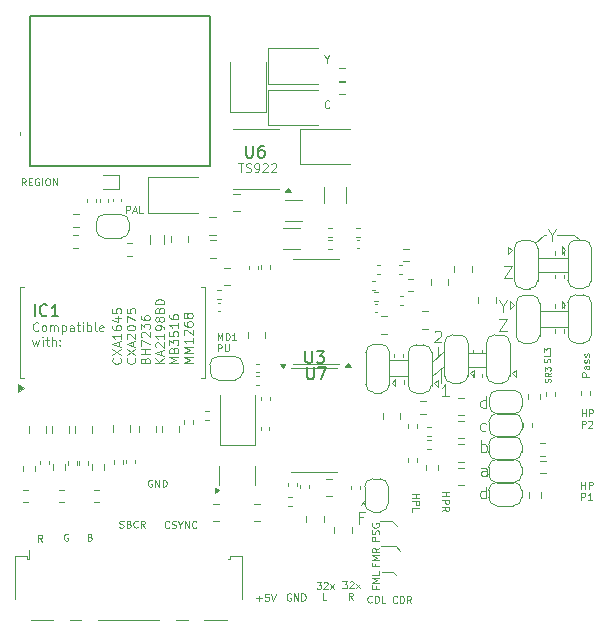
<source format=gbr>
%TF.GenerationSoftware,KiCad,Pcbnew,9.0.0*%
%TF.CreationDate,2025-11-21T18:56:48-08:00*%
%TF.ProjectId,MegaAV_CE_VA0,4d656761-4156-45f4-9345-5f5641302e6b,rev?*%
%TF.SameCoordinates,Original*%
%TF.FileFunction,Legend,Top*%
%TF.FilePolarity,Positive*%
%FSLAX46Y46*%
G04 Gerber Fmt 4.6, Leading zero omitted, Abs format (unit mm)*
G04 Created by KiCad (PCBNEW 9.0.0) date 2025-11-21 18:56:48*
%MOMM*%
%LPD*%
G01*
G04 APERTURE LIST*
%ADD10C,0.100000*%
%ADD11C,0.101600*%
%ADD12C,0.093750*%
%ADD13C,0.125000*%
%ADD14C,0.150000*%
%ADD15C,0.120000*%
%ADD16C,0.127000*%
G04 APERTURE END LIST*
D10*
X201800000Y-122250000D02*
X203300000Y-122250000D01*
X214137474Y-110930025D02*
X214850000Y-110300000D01*
X201150000Y-138800000D02*
X202050000Y-138800000D01*
X217425000Y-110300000D02*
X215938509Y-110300000D01*
X205892351Y-120538776D02*
X205906745Y-119800000D01*
X201800000Y-120900000D02*
X203300000Y-120900000D01*
X214326812Y-113400000D02*
X216850000Y-113400000D01*
X209987812Y-121486182D02*
X208437812Y-121486182D01*
X214501586Y-118100000D02*
X216800000Y-118100000D01*
X205350000Y-122250000D02*
X206434703Y-121400902D01*
X209887246Y-120297070D02*
X208437246Y-120297070D01*
X214516034Y-116750000D02*
X216850000Y-116750000D01*
X201050000Y-136650000D02*
X202300000Y-136650000D01*
X206149999Y-121623766D02*
X206150000Y-122850000D01*
X202050000Y-138800000D02*
X202350000Y-139100000D01*
X199660000Y-132800000D02*
X199370000Y-133100000D01*
X214850000Y-110300000D02*
X215049989Y-110300000D01*
X200950000Y-134500000D02*
X202000000Y-134500000D01*
X202000000Y-134500000D02*
X202400000Y-134900000D01*
X205350000Y-121000000D02*
X206434703Y-120077552D01*
X217425000Y-110300000D02*
X217875000Y-110700000D01*
X202300000Y-136650000D02*
X202650000Y-137000000D01*
X214349285Y-112200000D02*
X216850000Y-112200000D01*
X218008646Y-131755405D02*
X218008646Y-131155405D01*
X218008646Y-131441119D02*
X218351503Y-131441119D01*
X218351503Y-131755405D02*
X218351503Y-131155405D01*
X218637217Y-131755405D02*
X218637217Y-131155405D01*
X218637217Y-131155405D02*
X218865788Y-131155405D01*
X218865788Y-131155405D02*
X218922931Y-131183976D01*
X218922931Y-131183976D02*
X218951502Y-131212548D01*
X218951502Y-131212548D02*
X218980074Y-131269691D01*
X218980074Y-131269691D02*
X218980074Y-131355405D01*
X218980074Y-131355405D02*
X218951502Y-131412548D01*
X218951502Y-131412548D02*
X218922931Y-131441119D01*
X218922931Y-131441119D02*
X218865788Y-131469691D01*
X218865788Y-131469691D02*
X218637217Y-131469691D01*
X218008646Y-132721371D02*
X218008646Y-132121371D01*
X218008646Y-132121371D02*
X218237217Y-132121371D01*
X218237217Y-132121371D02*
X218294360Y-132149942D01*
X218294360Y-132149942D02*
X218322931Y-132178514D01*
X218322931Y-132178514D02*
X218351503Y-132235657D01*
X218351503Y-132235657D02*
X218351503Y-132321371D01*
X218351503Y-132321371D02*
X218322931Y-132378514D01*
X218322931Y-132378514D02*
X218294360Y-132407085D01*
X218294360Y-132407085D02*
X218237217Y-132435657D01*
X218237217Y-132435657D02*
X218008646Y-132435657D01*
X218922931Y-132721371D02*
X218580074Y-132721371D01*
X218751503Y-132721371D02*
X218751503Y-132121371D01*
X218751503Y-132121371D02*
X218694360Y-132207085D01*
X218694360Y-132207085D02*
X218637217Y-132264228D01*
X218637217Y-132264228D02*
X218580074Y-132292800D01*
X181668035Y-131029440D02*
X181610893Y-131000869D01*
X181610893Y-131000869D02*
X181525178Y-131000869D01*
X181525178Y-131000869D02*
X181439464Y-131029440D01*
X181439464Y-131029440D02*
X181382321Y-131086583D01*
X181382321Y-131086583D02*
X181353750Y-131143726D01*
X181353750Y-131143726D02*
X181325178Y-131258012D01*
X181325178Y-131258012D02*
X181325178Y-131343726D01*
X181325178Y-131343726D02*
X181353750Y-131458012D01*
X181353750Y-131458012D02*
X181382321Y-131515155D01*
X181382321Y-131515155D02*
X181439464Y-131572298D01*
X181439464Y-131572298D02*
X181525178Y-131600869D01*
X181525178Y-131600869D02*
X181582321Y-131600869D01*
X181582321Y-131600869D02*
X181668035Y-131572298D01*
X181668035Y-131572298D02*
X181696607Y-131543726D01*
X181696607Y-131543726D02*
X181696607Y-131343726D01*
X181696607Y-131343726D02*
X181582321Y-131343726D01*
X181953750Y-131600869D02*
X181953750Y-131000869D01*
X181953750Y-131000869D02*
X182296607Y-131600869D01*
X182296607Y-131600869D02*
X182296607Y-131000869D01*
X182582321Y-131600869D02*
X182582321Y-131000869D01*
X182582321Y-131000869D02*
X182725178Y-131000869D01*
X182725178Y-131000869D02*
X182810892Y-131029440D01*
X182810892Y-131029440D02*
X182868035Y-131086583D01*
X182868035Y-131086583D02*
X182896606Y-131143726D01*
X182896606Y-131143726D02*
X182925178Y-131258012D01*
X182925178Y-131258012D02*
X182925178Y-131343726D01*
X182925178Y-131343726D02*
X182896606Y-131458012D01*
X182896606Y-131458012D02*
X182868035Y-131515155D01*
X182868035Y-131515155D02*
X182810892Y-131572298D01*
X182810892Y-131572298D02*
X182725178Y-131600869D01*
X182725178Y-131600869D02*
X182582321Y-131600869D01*
X187223846Y-119178073D02*
X187223846Y-118578073D01*
X187223846Y-118578073D02*
X187423846Y-119006644D01*
X187423846Y-119006644D02*
X187623846Y-118578073D01*
X187623846Y-118578073D02*
X187623846Y-119178073D01*
X187909560Y-119178073D02*
X187909560Y-118578073D01*
X187909560Y-118578073D02*
X188052417Y-118578073D01*
X188052417Y-118578073D02*
X188138131Y-118606644D01*
X188138131Y-118606644D02*
X188195274Y-118663787D01*
X188195274Y-118663787D02*
X188223845Y-118720930D01*
X188223845Y-118720930D02*
X188252417Y-118835216D01*
X188252417Y-118835216D02*
X188252417Y-118920930D01*
X188252417Y-118920930D02*
X188223845Y-119035216D01*
X188223845Y-119035216D02*
X188195274Y-119092359D01*
X188195274Y-119092359D02*
X188138131Y-119149502D01*
X188138131Y-119149502D02*
X188052417Y-119178073D01*
X188052417Y-119178073D02*
X187909560Y-119178073D01*
X188823845Y-119178073D02*
X188480988Y-119178073D01*
X188652417Y-119178073D02*
X188652417Y-118578073D01*
X188652417Y-118578073D02*
X188595274Y-118663787D01*
X188595274Y-118663787D02*
X188538131Y-118720930D01*
X188538131Y-118720930D02*
X188480988Y-118749502D01*
X187223846Y-120144039D02*
X187223846Y-119544039D01*
X187223846Y-119544039D02*
X187452417Y-119544039D01*
X187452417Y-119544039D02*
X187509560Y-119572610D01*
X187509560Y-119572610D02*
X187538131Y-119601182D01*
X187538131Y-119601182D02*
X187566703Y-119658325D01*
X187566703Y-119658325D02*
X187566703Y-119744039D01*
X187566703Y-119744039D02*
X187538131Y-119801182D01*
X187538131Y-119801182D02*
X187509560Y-119829753D01*
X187509560Y-119829753D02*
X187452417Y-119858325D01*
X187452417Y-119858325D02*
X187223846Y-119858325D01*
X187823846Y-119544039D02*
X187823846Y-120029753D01*
X187823846Y-120029753D02*
X187852417Y-120086896D01*
X187852417Y-120086896D02*
X187880989Y-120115468D01*
X187880989Y-120115468D02*
X187938131Y-120144039D01*
X187938131Y-120144039D02*
X188052417Y-120144039D01*
X188052417Y-120144039D02*
X188109560Y-120115468D01*
X188109560Y-120115468D02*
X188138131Y-120086896D01*
X188138131Y-120086896D02*
X188166703Y-120029753D01*
X188166703Y-120029753D02*
X188166703Y-119544039D01*
X199567217Y-134188609D02*
X199233884Y-134188609D01*
X199233884Y-134712419D02*
X199233884Y-133712419D01*
X199233884Y-133712419D02*
X199710074Y-133712419D01*
X195601503Y-139655405D02*
X195972931Y-139655405D01*
X195972931Y-139655405D02*
X195772931Y-139883976D01*
X195772931Y-139883976D02*
X195858646Y-139883976D01*
X195858646Y-139883976D02*
X195915789Y-139912548D01*
X195915789Y-139912548D02*
X195944360Y-139941119D01*
X195944360Y-139941119D02*
X195972931Y-139998262D01*
X195972931Y-139998262D02*
X195972931Y-140141119D01*
X195972931Y-140141119D02*
X195944360Y-140198262D01*
X195944360Y-140198262D02*
X195915789Y-140226834D01*
X195915789Y-140226834D02*
X195858646Y-140255405D01*
X195858646Y-140255405D02*
X195687217Y-140255405D01*
X195687217Y-140255405D02*
X195630074Y-140226834D01*
X195630074Y-140226834D02*
X195601503Y-140198262D01*
X196201503Y-139712548D02*
X196230075Y-139683976D01*
X196230075Y-139683976D02*
X196287218Y-139655405D01*
X196287218Y-139655405D02*
X196430075Y-139655405D01*
X196430075Y-139655405D02*
X196487218Y-139683976D01*
X196487218Y-139683976D02*
X196515789Y-139712548D01*
X196515789Y-139712548D02*
X196544360Y-139769691D01*
X196544360Y-139769691D02*
X196544360Y-139826834D01*
X196544360Y-139826834D02*
X196515789Y-139912548D01*
X196515789Y-139912548D02*
X196172932Y-140255405D01*
X196172932Y-140255405D02*
X196544360Y-140255405D01*
X196744361Y-140255405D02*
X197058647Y-139855405D01*
X196744361Y-139855405D02*
X197058647Y-140255405D01*
X196401503Y-141221371D02*
X196115789Y-141221371D01*
X196115789Y-141221371D02*
X196115789Y-140621371D01*
X179496316Y-108410126D02*
X179496316Y-107810126D01*
X179496316Y-107810126D02*
X179724887Y-107810126D01*
X179724887Y-107810126D02*
X179782030Y-107838697D01*
X179782030Y-107838697D02*
X179810601Y-107867269D01*
X179810601Y-107867269D02*
X179839173Y-107924412D01*
X179839173Y-107924412D02*
X179839173Y-108010126D01*
X179839173Y-108010126D02*
X179810601Y-108067269D01*
X179810601Y-108067269D02*
X179782030Y-108095840D01*
X179782030Y-108095840D02*
X179724887Y-108124412D01*
X179724887Y-108124412D02*
X179496316Y-108124412D01*
X180067744Y-108238697D02*
X180353459Y-108238697D01*
X180010601Y-108410126D02*
X180210601Y-107810126D01*
X180210601Y-107810126D02*
X180410601Y-108410126D01*
X180896316Y-108410126D02*
X180610602Y-108410126D01*
X180610602Y-108410126D02*
X180610602Y-107810126D01*
D11*
X218688479Y-122267619D02*
X218053479Y-122267619D01*
X218053479Y-122267619D02*
X218053479Y-122025714D01*
X218053479Y-122025714D02*
X218083717Y-121965238D01*
X218083717Y-121965238D02*
X218113955Y-121935000D01*
X218113955Y-121935000D02*
X218174431Y-121904762D01*
X218174431Y-121904762D02*
X218265145Y-121904762D01*
X218265145Y-121904762D02*
X218325621Y-121935000D01*
X218325621Y-121935000D02*
X218355860Y-121965238D01*
X218355860Y-121965238D02*
X218386098Y-122025714D01*
X218386098Y-122025714D02*
X218386098Y-122267619D01*
X218688479Y-121360476D02*
X218355860Y-121360476D01*
X218355860Y-121360476D02*
X218295383Y-121390714D01*
X218295383Y-121390714D02*
X218265145Y-121451190D01*
X218265145Y-121451190D02*
X218265145Y-121572143D01*
X218265145Y-121572143D02*
X218295383Y-121632619D01*
X218658241Y-121360476D02*
X218688479Y-121420952D01*
X218688479Y-121420952D02*
X218688479Y-121572143D01*
X218688479Y-121572143D02*
X218658241Y-121632619D01*
X218658241Y-121632619D02*
X218597764Y-121662857D01*
X218597764Y-121662857D02*
X218537288Y-121662857D01*
X218537288Y-121662857D02*
X218476812Y-121632619D01*
X218476812Y-121632619D02*
X218446574Y-121572143D01*
X218446574Y-121572143D02*
X218446574Y-121420952D01*
X218446574Y-121420952D02*
X218416336Y-121360476D01*
X218658241Y-121088333D02*
X218688479Y-121027857D01*
X218688479Y-121027857D02*
X218688479Y-120906905D01*
X218688479Y-120906905D02*
X218658241Y-120846428D01*
X218658241Y-120846428D02*
X218597764Y-120816190D01*
X218597764Y-120816190D02*
X218567526Y-120816190D01*
X218567526Y-120816190D02*
X218507050Y-120846428D01*
X218507050Y-120846428D02*
X218476812Y-120906905D01*
X218476812Y-120906905D02*
X218476812Y-120997619D01*
X218476812Y-120997619D02*
X218446574Y-121058095D01*
X218446574Y-121058095D02*
X218386098Y-121088333D01*
X218386098Y-121088333D02*
X218355860Y-121088333D01*
X218355860Y-121088333D02*
X218295383Y-121058095D01*
X218295383Y-121058095D02*
X218265145Y-120997619D01*
X218265145Y-120997619D02*
X218265145Y-120906905D01*
X218265145Y-120906905D02*
X218295383Y-120846428D01*
X218658241Y-120574285D02*
X218688479Y-120513809D01*
X218688479Y-120513809D02*
X218688479Y-120392857D01*
X218688479Y-120392857D02*
X218658241Y-120332380D01*
X218658241Y-120332380D02*
X218597764Y-120302142D01*
X218597764Y-120302142D02*
X218567526Y-120302142D01*
X218567526Y-120302142D02*
X218507050Y-120332380D01*
X218507050Y-120332380D02*
X218476812Y-120392857D01*
X218476812Y-120392857D02*
X218476812Y-120483571D01*
X218476812Y-120483571D02*
X218446574Y-120544047D01*
X218446574Y-120544047D02*
X218386098Y-120574285D01*
X218386098Y-120574285D02*
X218355860Y-120574285D01*
X218355860Y-120574285D02*
X218295383Y-120544047D01*
X218295383Y-120544047D02*
X218265145Y-120483571D01*
X218265145Y-120483571D02*
X218265145Y-120392857D01*
X218265145Y-120392857D02*
X218295383Y-120332380D01*
D10*
X209997760Y-130668121D02*
X209997760Y-130144311D01*
X209997760Y-130144311D02*
X209950141Y-130049073D01*
X209950141Y-130049073D02*
X209854903Y-130001454D01*
X209854903Y-130001454D02*
X209664427Y-130001454D01*
X209664427Y-130001454D02*
X209569189Y-130049073D01*
X209997760Y-130620502D02*
X209902522Y-130668121D01*
X209902522Y-130668121D02*
X209664427Y-130668121D01*
X209664427Y-130668121D02*
X209569189Y-130620502D01*
X209569189Y-130620502D02*
X209521570Y-130525263D01*
X209521570Y-130525263D02*
X209521570Y-130430025D01*
X209521570Y-130430025D02*
X209569189Y-130334787D01*
X209569189Y-130334787D02*
X209664427Y-130287168D01*
X209664427Y-130287168D02*
X209902522Y-130287168D01*
X209902522Y-130287168D02*
X209997760Y-130239549D01*
D12*
X178993908Y-120709308D02*
X179029623Y-120745022D01*
X179029623Y-120745022D02*
X179065337Y-120852165D01*
X179065337Y-120852165D02*
X179065337Y-120923593D01*
X179065337Y-120923593D02*
X179029623Y-121030736D01*
X179029623Y-121030736D02*
X178958194Y-121102165D01*
X178958194Y-121102165D02*
X178886765Y-121137879D01*
X178886765Y-121137879D02*
X178743908Y-121173593D01*
X178743908Y-121173593D02*
X178636765Y-121173593D01*
X178636765Y-121173593D02*
X178493908Y-121137879D01*
X178493908Y-121137879D02*
X178422480Y-121102165D01*
X178422480Y-121102165D02*
X178351051Y-121030736D01*
X178351051Y-121030736D02*
X178315337Y-120923593D01*
X178315337Y-120923593D02*
X178315337Y-120852165D01*
X178315337Y-120852165D02*
X178351051Y-120745022D01*
X178351051Y-120745022D02*
X178386765Y-120709308D01*
X178315337Y-120459308D02*
X179065337Y-119959308D01*
X178315337Y-119959308D02*
X179065337Y-120459308D01*
X178851051Y-119709307D02*
X178851051Y-119352165D01*
X179065337Y-119780736D02*
X178315337Y-119530736D01*
X178315337Y-119530736D02*
X179065337Y-119280736D01*
X179065337Y-118637879D02*
X179065337Y-119066450D01*
X179065337Y-118852165D02*
X178315337Y-118852165D01*
X178315337Y-118852165D02*
X178422480Y-118923593D01*
X178422480Y-118923593D02*
X178493908Y-118995022D01*
X178493908Y-118995022D02*
X178529623Y-119066450D01*
X178315337Y-117995022D02*
X178315337Y-118137879D01*
X178315337Y-118137879D02*
X178351051Y-118209307D01*
X178351051Y-118209307D02*
X178386765Y-118245022D01*
X178386765Y-118245022D02*
X178493908Y-118316450D01*
X178493908Y-118316450D02*
X178636765Y-118352164D01*
X178636765Y-118352164D02*
X178922480Y-118352164D01*
X178922480Y-118352164D02*
X178993908Y-118316450D01*
X178993908Y-118316450D02*
X179029623Y-118280736D01*
X179029623Y-118280736D02*
X179065337Y-118209307D01*
X179065337Y-118209307D02*
X179065337Y-118066450D01*
X179065337Y-118066450D02*
X179029623Y-117995022D01*
X179029623Y-117995022D02*
X178993908Y-117959307D01*
X178993908Y-117959307D02*
X178922480Y-117923593D01*
X178922480Y-117923593D02*
X178743908Y-117923593D01*
X178743908Y-117923593D02*
X178672480Y-117959307D01*
X178672480Y-117959307D02*
X178636765Y-117995022D01*
X178636765Y-117995022D02*
X178601051Y-118066450D01*
X178601051Y-118066450D02*
X178601051Y-118209307D01*
X178601051Y-118209307D02*
X178636765Y-118280736D01*
X178636765Y-118280736D02*
X178672480Y-118316450D01*
X178672480Y-118316450D02*
X178743908Y-118352164D01*
X178565337Y-117280736D02*
X179065337Y-117280736D01*
X178279623Y-117459307D02*
X178815337Y-117637878D01*
X178815337Y-117637878D02*
X178815337Y-117173593D01*
X178315337Y-116530735D02*
X178315337Y-116887878D01*
X178315337Y-116887878D02*
X178672480Y-116923592D01*
X178672480Y-116923592D02*
X178636765Y-116887878D01*
X178636765Y-116887878D02*
X178601051Y-116816450D01*
X178601051Y-116816450D02*
X178601051Y-116637878D01*
X178601051Y-116637878D02*
X178636765Y-116566450D01*
X178636765Y-116566450D02*
X178672480Y-116530735D01*
X178672480Y-116530735D02*
X178743908Y-116495021D01*
X178743908Y-116495021D02*
X178922480Y-116495021D01*
X178922480Y-116495021D02*
X178993908Y-116530735D01*
X178993908Y-116530735D02*
X179029623Y-116566450D01*
X179029623Y-116566450D02*
X179065337Y-116637878D01*
X179065337Y-116637878D02*
X179065337Y-116816450D01*
X179065337Y-116816450D02*
X179029623Y-116887878D01*
X179029623Y-116887878D02*
X178993908Y-116923592D01*
X180201366Y-120709308D02*
X180237081Y-120745022D01*
X180237081Y-120745022D02*
X180272795Y-120852165D01*
X180272795Y-120852165D02*
X180272795Y-120923593D01*
X180272795Y-120923593D02*
X180237081Y-121030736D01*
X180237081Y-121030736D02*
X180165652Y-121102165D01*
X180165652Y-121102165D02*
X180094223Y-121137879D01*
X180094223Y-121137879D02*
X179951366Y-121173593D01*
X179951366Y-121173593D02*
X179844223Y-121173593D01*
X179844223Y-121173593D02*
X179701366Y-121137879D01*
X179701366Y-121137879D02*
X179629938Y-121102165D01*
X179629938Y-121102165D02*
X179558509Y-121030736D01*
X179558509Y-121030736D02*
X179522795Y-120923593D01*
X179522795Y-120923593D02*
X179522795Y-120852165D01*
X179522795Y-120852165D02*
X179558509Y-120745022D01*
X179558509Y-120745022D02*
X179594223Y-120709308D01*
X179522795Y-120459308D02*
X180272795Y-119959308D01*
X179522795Y-119959308D02*
X180272795Y-120459308D01*
X180058509Y-119709307D02*
X180058509Y-119352165D01*
X180272795Y-119780736D02*
X179522795Y-119530736D01*
X179522795Y-119530736D02*
X180272795Y-119280736D01*
X179594223Y-119066450D02*
X179558509Y-119030736D01*
X179558509Y-119030736D02*
X179522795Y-118959308D01*
X179522795Y-118959308D02*
X179522795Y-118780736D01*
X179522795Y-118780736D02*
X179558509Y-118709308D01*
X179558509Y-118709308D02*
X179594223Y-118673593D01*
X179594223Y-118673593D02*
X179665652Y-118637879D01*
X179665652Y-118637879D02*
X179737081Y-118637879D01*
X179737081Y-118637879D02*
X179844223Y-118673593D01*
X179844223Y-118673593D02*
X180272795Y-119102165D01*
X180272795Y-119102165D02*
X180272795Y-118637879D01*
X179522795Y-118173593D02*
X179522795Y-118102164D01*
X179522795Y-118102164D02*
X179558509Y-118030736D01*
X179558509Y-118030736D02*
X179594223Y-117995022D01*
X179594223Y-117995022D02*
X179665652Y-117959307D01*
X179665652Y-117959307D02*
X179808509Y-117923593D01*
X179808509Y-117923593D02*
X179987081Y-117923593D01*
X179987081Y-117923593D02*
X180129938Y-117959307D01*
X180129938Y-117959307D02*
X180201366Y-117995022D01*
X180201366Y-117995022D02*
X180237081Y-118030736D01*
X180237081Y-118030736D02*
X180272795Y-118102164D01*
X180272795Y-118102164D02*
X180272795Y-118173593D01*
X180272795Y-118173593D02*
X180237081Y-118245022D01*
X180237081Y-118245022D02*
X180201366Y-118280736D01*
X180201366Y-118280736D02*
X180129938Y-118316450D01*
X180129938Y-118316450D02*
X179987081Y-118352164D01*
X179987081Y-118352164D02*
X179808509Y-118352164D01*
X179808509Y-118352164D02*
X179665652Y-118316450D01*
X179665652Y-118316450D02*
X179594223Y-118280736D01*
X179594223Y-118280736D02*
X179558509Y-118245022D01*
X179558509Y-118245022D02*
X179522795Y-118173593D01*
X179522795Y-117673593D02*
X179522795Y-117173593D01*
X179522795Y-117173593D02*
X180272795Y-117495021D01*
X179522795Y-116530735D02*
X179522795Y-116887878D01*
X179522795Y-116887878D02*
X179879938Y-116923592D01*
X179879938Y-116923592D02*
X179844223Y-116887878D01*
X179844223Y-116887878D02*
X179808509Y-116816450D01*
X179808509Y-116816450D02*
X179808509Y-116637878D01*
X179808509Y-116637878D02*
X179844223Y-116566450D01*
X179844223Y-116566450D02*
X179879938Y-116530735D01*
X179879938Y-116530735D02*
X179951366Y-116495021D01*
X179951366Y-116495021D02*
X180129938Y-116495021D01*
X180129938Y-116495021D02*
X180201366Y-116530735D01*
X180201366Y-116530735D02*
X180237081Y-116566450D01*
X180237081Y-116566450D02*
X180272795Y-116637878D01*
X180272795Y-116637878D02*
X180272795Y-116816450D01*
X180272795Y-116816450D02*
X180237081Y-116887878D01*
X180237081Y-116887878D02*
X180201366Y-116923592D01*
X181087396Y-120887879D02*
X181123110Y-120780736D01*
X181123110Y-120780736D02*
X181158824Y-120745022D01*
X181158824Y-120745022D02*
X181230253Y-120709308D01*
X181230253Y-120709308D02*
X181337396Y-120709308D01*
X181337396Y-120709308D02*
X181408824Y-120745022D01*
X181408824Y-120745022D02*
X181444539Y-120780736D01*
X181444539Y-120780736D02*
X181480253Y-120852165D01*
X181480253Y-120852165D02*
X181480253Y-121137879D01*
X181480253Y-121137879D02*
X180730253Y-121137879D01*
X180730253Y-121137879D02*
X180730253Y-120887879D01*
X180730253Y-120887879D02*
X180765967Y-120816451D01*
X180765967Y-120816451D02*
X180801681Y-120780736D01*
X180801681Y-120780736D02*
X180873110Y-120745022D01*
X180873110Y-120745022D02*
X180944539Y-120745022D01*
X180944539Y-120745022D02*
X181015967Y-120780736D01*
X181015967Y-120780736D02*
X181051681Y-120816451D01*
X181051681Y-120816451D02*
X181087396Y-120887879D01*
X181087396Y-120887879D02*
X181087396Y-121137879D01*
X181480253Y-120387879D02*
X180730253Y-120387879D01*
X181087396Y-120387879D02*
X181087396Y-119959308D01*
X181480253Y-119959308D02*
X180730253Y-119959308D01*
X180730253Y-119673594D02*
X180730253Y-119173594D01*
X180730253Y-119173594D02*
X181480253Y-119495022D01*
X180801681Y-118923593D02*
X180765967Y-118887879D01*
X180765967Y-118887879D02*
X180730253Y-118816451D01*
X180730253Y-118816451D02*
X180730253Y-118637879D01*
X180730253Y-118637879D02*
X180765967Y-118566451D01*
X180765967Y-118566451D02*
X180801681Y-118530736D01*
X180801681Y-118530736D02*
X180873110Y-118495022D01*
X180873110Y-118495022D02*
X180944539Y-118495022D01*
X180944539Y-118495022D02*
X181051681Y-118530736D01*
X181051681Y-118530736D02*
X181480253Y-118959308D01*
X181480253Y-118959308D02*
X181480253Y-118495022D01*
X180730253Y-118245022D02*
X180730253Y-117780736D01*
X180730253Y-117780736D02*
X181015967Y-118030736D01*
X181015967Y-118030736D02*
X181015967Y-117923593D01*
X181015967Y-117923593D02*
X181051681Y-117852165D01*
X181051681Y-117852165D02*
X181087396Y-117816450D01*
X181087396Y-117816450D02*
X181158824Y-117780736D01*
X181158824Y-117780736D02*
X181337396Y-117780736D01*
X181337396Y-117780736D02*
X181408824Y-117816450D01*
X181408824Y-117816450D02*
X181444539Y-117852165D01*
X181444539Y-117852165D02*
X181480253Y-117923593D01*
X181480253Y-117923593D02*
X181480253Y-118137879D01*
X181480253Y-118137879D02*
X181444539Y-118209307D01*
X181444539Y-118209307D02*
X181408824Y-118245022D01*
X180730253Y-117137879D02*
X180730253Y-117280736D01*
X180730253Y-117280736D02*
X180765967Y-117352164D01*
X180765967Y-117352164D02*
X180801681Y-117387879D01*
X180801681Y-117387879D02*
X180908824Y-117459307D01*
X180908824Y-117459307D02*
X181051681Y-117495021D01*
X181051681Y-117495021D02*
X181337396Y-117495021D01*
X181337396Y-117495021D02*
X181408824Y-117459307D01*
X181408824Y-117459307D02*
X181444539Y-117423593D01*
X181444539Y-117423593D02*
X181480253Y-117352164D01*
X181480253Y-117352164D02*
X181480253Y-117209307D01*
X181480253Y-117209307D02*
X181444539Y-117137879D01*
X181444539Y-117137879D02*
X181408824Y-117102164D01*
X181408824Y-117102164D02*
X181337396Y-117066450D01*
X181337396Y-117066450D02*
X181158824Y-117066450D01*
X181158824Y-117066450D02*
X181087396Y-117102164D01*
X181087396Y-117102164D02*
X181051681Y-117137879D01*
X181051681Y-117137879D02*
X181015967Y-117209307D01*
X181015967Y-117209307D02*
X181015967Y-117352164D01*
X181015967Y-117352164D02*
X181051681Y-117423593D01*
X181051681Y-117423593D02*
X181087396Y-117459307D01*
X181087396Y-117459307D02*
X181158824Y-117495021D01*
X182687711Y-121137879D02*
X181937711Y-121137879D01*
X182687711Y-120709308D02*
X182259139Y-121030736D01*
X181937711Y-120709308D02*
X182366282Y-121137879D01*
X182473425Y-120423593D02*
X182473425Y-120066451D01*
X182687711Y-120495022D02*
X181937711Y-120245022D01*
X181937711Y-120245022D02*
X182687711Y-119995022D01*
X182009139Y-119780736D02*
X181973425Y-119745022D01*
X181973425Y-119745022D02*
X181937711Y-119673594D01*
X181937711Y-119673594D02*
X181937711Y-119495022D01*
X181937711Y-119495022D02*
X181973425Y-119423594D01*
X181973425Y-119423594D02*
X182009139Y-119387879D01*
X182009139Y-119387879D02*
X182080568Y-119352165D01*
X182080568Y-119352165D02*
X182151997Y-119352165D01*
X182151997Y-119352165D02*
X182259139Y-119387879D01*
X182259139Y-119387879D02*
X182687711Y-119816451D01*
X182687711Y-119816451D02*
X182687711Y-119352165D01*
X182687711Y-118637879D02*
X182687711Y-119066450D01*
X182687711Y-118852165D02*
X181937711Y-118852165D01*
X181937711Y-118852165D02*
X182044854Y-118923593D01*
X182044854Y-118923593D02*
X182116282Y-118995022D01*
X182116282Y-118995022D02*
X182151997Y-119066450D01*
X182687711Y-118280736D02*
X182687711Y-118137879D01*
X182687711Y-118137879D02*
X182651997Y-118066450D01*
X182651997Y-118066450D02*
X182616282Y-118030736D01*
X182616282Y-118030736D02*
X182509139Y-117959307D01*
X182509139Y-117959307D02*
X182366282Y-117923593D01*
X182366282Y-117923593D02*
X182080568Y-117923593D01*
X182080568Y-117923593D02*
X182009139Y-117959307D01*
X182009139Y-117959307D02*
X181973425Y-117995022D01*
X181973425Y-117995022D02*
X181937711Y-118066450D01*
X181937711Y-118066450D02*
X181937711Y-118209307D01*
X181937711Y-118209307D02*
X181973425Y-118280736D01*
X181973425Y-118280736D02*
X182009139Y-118316450D01*
X182009139Y-118316450D02*
X182080568Y-118352164D01*
X182080568Y-118352164D02*
X182259139Y-118352164D01*
X182259139Y-118352164D02*
X182330568Y-118316450D01*
X182330568Y-118316450D02*
X182366282Y-118280736D01*
X182366282Y-118280736D02*
X182401997Y-118209307D01*
X182401997Y-118209307D02*
X182401997Y-118066450D01*
X182401997Y-118066450D02*
X182366282Y-117995022D01*
X182366282Y-117995022D02*
X182330568Y-117959307D01*
X182330568Y-117959307D02*
X182259139Y-117923593D01*
X182259139Y-117495021D02*
X182223425Y-117566450D01*
X182223425Y-117566450D02*
X182187711Y-117602164D01*
X182187711Y-117602164D02*
X182116282Y-117637878D01*
X182116282Y-117637878D02*
X182080568Y-117637878D01*
X182080568Y-117637878D02*
X182009139Y-117602164D01*
X182009139Y-117602164D02*
X181973425Y-117566450D01*
X181973425Y-117566450D02*
X181937711Y-117495021D01*
X181937711Y-117495021D02*
X181937711Y-117352164D01*
X181937711Y-117352164D02*
X181973425Y-117280736D01*
X181973425Y-117280736D02*
X182009139Y-117245021D01*
X182009139Y-117245021D02*
X182080568Y-117209307D01*
X182080568Y-117209307D02*
X182116282Y-117209307D01*
X182116282Y-117209307D02*
X182187711Y-117245021D01*
X182187711Y-117245021D02*
X182223425Y-117280736D01*
X182223425Y-117280736D02*
X182259139Y-117352164D01*
X182259139Y-117352164D02*
X182259139Y-117495021D01*
X182259139Y-117495021D02*
X182294854Y-117566450D01*
X182294854Y-117566450D02*
X182330568Y-117602164D01*
X182330568Y-117602164D02*
X182401997Y-117637878D01*
X182401997Y-117637878D02*
X182544854Y-117637878D01*
X182544854Y-117637878D02*
X182616282Y-117602164D01*
X182616282Y-117602164D02*
X182651997Y-117566450D01*
X182651997Y-117566450D02*
X182687711Y-117495021D01*
X182687711Y-117495021D02*
X182687711Y-117352164D01*
X182687711Y-117352164D02*
X182651997Y-117280736D01*
X182651997Y-117280736D02*
X182616282Y-117245021D01*
X182616282Y-117245021D02*
X182544854Y-117209307D01*
X182544854Y-117209307D02*
X182401997Y-117209307D01*
X182401997Y-117209307D02*
X182330568Y-117245021D01*
X182330568Y-117245021D02*
X182294854Y-117280736D01*
X182294854Y-117280736D02*
X182259139Y-117352164D01*
X182294854Y-116637878D02*
X182330568Y-116530735D01*
X182330568Y-116530735D02*
X182366282Y-116495021D01*
X182366282Y-116495021D02*
X182437711Y-116459307D01*
X182437711Y-116459307D02*
X182544854Y-116459307D01*
X182544854Y-116459307D02*
X182616282Y-116495021D01*
X182616282Y-116495021D02*
X182651997Y-116530735D01*
X182651997Y-116530735D02*
X182687711Y-116602164D01*
X182687711Y-116602164D02*
X182687711Y-116887878D01*
X182687711Y-116887878D02*
X181937711Y-116887878D01*
X181937711Y-116887878D02*
X181937711Y-116637878D01*
X181937711Y-116637878D02*
X181973425Y-116566450D01*
X181973425Y-116566450D02*
X182009139Y-116530735D01*
X182009139Y-116530735D02*
X182080568Y-116495021D01*
X182080568Y-116495021D02*
X182151997Y-116495021D01*
X182151997Y-116495021D02*
X182223425Y-116530735D01*
X182223425Y-116530735D02*
X182259139Y-116566450D01*
X182259139Y-116566450D02*
X182294854Y-116637878D01*
X182294854Y-116637878D02*
X182294854Y-116887878D01*
X182687711Y-116137878D02*
X181937711Y-116137878D01*
X181937711Y-116137878D02*
X181937711Y-115959307D01*
X181937711Y-115959307D02*
X181973425Y-115852164D01*
X181973425Y-115852164D02*
X182044854Y-115780735D01*
X182044854Y-115780735D02*
X182116282Y-115745021D01*
X182116282Y-115745021D02*
X182259139Y-115709307D01*
X182259139Y-115709307D02*
X182366282Y-115709307D01*
X182366282Y-115709307D02*
X182509139Y-115745021D01*
X182509139Y-115745021D02*
X182580568Y-115780735D01*
X182580568Y-115780735D02*
X182651997Y-115852164D01*
X182651997Y-115852164D02*
X182687711Y-115959307D01*
X182687711Y-115959307D02*
X182687711Y-116137878D01*
X183895169Y-121137879D02*
X183145169Y-121137879D01*
X183145169Y-121137879D02*
X183680883Y-120887879D01*
X183680883Y-120887879D02*
X183145169Y-120637879D01*
X183145169Y-120637879D02*
X183895169Y-120637879D01*
X183502312Y-120030736D02*
X183538026Y-119923593D01*
X183538026Y-119923593D02*
X183573740Y-119887879D01*
X183573740Y-119887879D02*
X183645169Y-119852165D01*
X183645169Y-119852165D02*
X183752312Y-119852165D01*
X183752312Y-119852165D02*
X183823740Y-119887879D01*
X183823740Y-119887879D02*
X183859455Y-119923593D01*
X183859455Y-119923593D02*
X183895169Y-119995022D01*
X183895169Y-119995022D02*
X183895169Y-120280736D01*
X183895169Y-120280736D02*
X183145169Y-120280736D01*
X183145169Y-120280736D02*
X183145169Y-120030736D01*
X183145169Y-120030736D02*
X183180883Y-119959308D01*
X183180883Y-119959308D02*
X183216597Y-119923593D01*
X183216597Y-119923593D02*
X183288026Y-119887879D01*
X183288026Y-119887879D02*
X183359455Y-119887879D01*
X183359455Y-119887879D02*
X183430883Y-119923593D01*
X183430883Y-119923593D02*
X183466597Y-119959308D01*
X183466597Y-119959308D02*
X183502312Y-120030736D01*
X183502312Y-120030736D02*
X183502312Y-120280736D01*
X183145169Y-119602165D02*
X183145169Y-119137879D01*
X183145169Y-119137879D02*
X183430883Y-119387879D01*
X183430883Y-119387879D02*
X183430883Y-119280736D01*
X183430883Y-119280736D02*
X183466597Y-119209308D01*
X183466597Y-119209308D02*
X183502312Y-119173593D01*
X183502312Y-119173593D02*
X183573740Y-119137879D01*
X183573740Y-119137879D02*
X183752312Y-119137879D01*
X183752312Y-119137879D02*
X183823740Y-119173593D01*
X183823740Y-119173593D02*
X183859455Y-119209308D01*
X183859455Y-119209308D02*
X183895169Y-119280736D01*
X183895169Y-119280736D02*
X183895169Y-119495022D01*
X183895169Y-119495022D02*
X183859455Y-119566450D01*
X183859455Y-119566450D02*
X183823740Y-119602165D01*
X183145169Y-118459307D02*
X183145169Y-118816450D01*
X183145169Y-118816450D02*
X183502312Y-118852164D01*
X183502312Y-118852164D02*
X183466597Y-118816450D01*
X183466597Y-118816450D02*
X183430883Y-118745022D01*
X183430883Y-118745022D02*
X183430883Y-118566450D01*
X183430883Y-118566450D02*
X183466597Y-118495022D01*
X183466597Y-118495022D02*
X183502312Y-118459307D01*
X183502312Y-118459307D02*
X183573740Y-118423593D01*
X183573740Y-118423593D02*
X183752312Y-118423593D01*
X183752312Y-118423593D02*
X183823740Y-118459307D01*
X183823740Y-118459307D02*
X183859455Y-118495022D01*
X183859455Y-118495022D02*
X183895169Y-118566450D01*
X183895169Y-118566450D02*
X183895169Y-118745022D01*
X183895169Y-118745022D02*
X183859455Y-118816450D01*
X183859455Y-118816450D02*
X183823740Y-118852164D01*
X183895169Y-117709307D02*
X183895169Y-118137878D01*
X183895169Y-117923593D02*
X183145169Y-117923593D01*
X183145169Y-117923593D02*
X183252312Y-117995021D01*
X183252312Y-117995021D02*
X183323740Y-118066450D01*
X183323740Y-118066450D02*
X183359455Y-118137878D01*
X183145169Y-117066450D02*
X183145169Y-117209307D01*
X183145169Y-117209307D02*
X183180883Y-117280735D01*
X183180883Y-117280735D02*
X183216597Y-117316450D01*
X183216597Y-117316450D02*
X183323740Y-117387878D01*
X183323740Y-117387878D02*
X183466597Y-117423592D01*
X183466597Y-117423592D02*
X183752312Y-117423592D01*
X183752312Y-117423592D02*
X183823740Y-117387878D01*
X183823740Y-117387878D02*
X183859455Y-117352164D01*
X183859455Y-117352164D02*
X183895169Y-117280735D01*
X183895169Y-117280735D02*
X183895169Y-117137878D01*
X183895169Y-117137878D02*
X183859455Y-117066450D01*
X183859455Y-117066450D02*
X183823740Y-117030735D01*
X183823740Y-117030735D02*
X183752312Y-116995021D01*
X183752312Y-116995021D02*
X183573740Y-116995021D01*
X183573740Y-116995021D02*
X183502312Y-117030735D01*
X183502312Y-117030735D02*
X183466597Y-117066450D01*
X183466597Y-117066450D02*
X183430883Y-117137878D01*
X183430883Y-117137878D02*
X183430883Y-117280735D01*
X183430883Y-117280735D02*
X183466597Y-117352164D01*
X183466597Y-117352164D02*
X183502312Y-117387878D01*
X183502312Y-117387878D02*
X183573740Y-117423592D01*
X185102627Y-121137879D02*
X184352627Y-121137879D01*
X184352627Y-121137879D02*
X184888341Y-120887879D01*
X184888341Y-120887879D02*
X184352627Y-120637879D01*
X184352627Y-120637879D02*
X185102627Y-120637879D01*
X185102627Y-120280736D02*
X184352627Y-120280736D01*
X184352627Y-120280736D02*
X184888341Y-120030736D01*
X184888341Y-120030736D02*
X184352627Y-119780736D01*
X184352627Y-119780736D02*
X185102627Y-119780736D01*
X185102627Y-119030736D02*
X185102627Y-119459307D01*
X185102627Y-119245022D02*
X184352627Y-119245022D01*
X184352627Y-119245022D02*
X184459770Y-119316450D01*
X184459770Y-119316450D02*
X184531198Y-119387879D01*
X184531198Y-119387879D02*
X184566913Y-119459307D01*
X184424055Y-118745021D02*
X184388341Y-118709307D01*
X184388341Y-118709307D02*
X184352627Y-118637879D01*
X184352627Y-118637879D02*
X184352627Y-118459307D01*
X184352627Y-118459307D02*
X184388341Y-118387879D01*
X184388341Y-118387879D02*
X184424055Y-118352164D01*
X184424055Y-118352164D02*
X184495484Y-118316450D01*
X184495484Y-118316450D02*
X184566913Y-118316450D01*
X184566913Y-118316450D02*
X184674055Y-118352164D01*
X184674055Y-118352164D02*
X185102627Y-118780736D01*
X185102627Y-118780736D02*
X185102627Y-118316450D01*
X184352627Y-117673593D02*
X184352627Y-117816450D01*
X184352627Y-117816450D02*
X184388341Y-117887878D01*
X184388341Y-117887878D02*
X184424055Y-117923593D01*
X184424055Y-117923593D02*
X184531198Y-117995021D01*
X184531198Y-117995021D02*
X184674055Y-118030735D01*
X184674055Y-118030735D02*
X184959770Y-118030735D01*
X184959770Y-118030735D02*
X185031198Y-117995021D01*
X185031198Y-117995021D02*
X185066913Y-117959307D01*
X185066913Y-117959307D02*
X185102627Y-117887878D01*
X185102627Y-117887878D02*
X185102627Y-117745021D01*
X185102627Y-117745021D02*
X185066913Y-117673593D01*
X185066913Y-117673593D02*
X185031198Y-117637878D01*
X185031198Y-117637878D02*
X184959770Y-117602164D01*
X184959770Y-117602164D02*
X184781198Y-117602164D01*
X184781198Y-117602164D02*
X184709770Y-117637878D01*
X184709770Y-117637878D02*
X184674055Y-117673593D01*
X184674055Y-117673593D02*
X184638341Y-117745021D01*
X184638341Y-117745021D02*
X184638341Y-117887878D01*
X184638341Y-117887878D02*
X184674055Y-117959307D01*
X184674055Y-117959307D02*
X184709770Y-117995021D01*
X184709770Y-117995021D02*
X184781198Y-118030735D01*
X184674055Y-117173592D02*
X184638341Y-117245021D01*
X184638341Y-117245021D02*
X184602627Y-117280735D01*
X184602627Y-117280735D02*
X184531198Y-117316449D01*
X184531198Y-117316449D02*
X184495484Y-117316449D01*
X184495484Y-117316449D02*
X184424055Y-117280735D01*
X184424055Y-117280735D02*
X184388341Y-117245021D01*
X184388341Y-117245021D02*
X184352627Y-117173592D01*
X184352627Y-117173592D02*
X184352627Y-117030735D01*
X184352627Y-117030735D02*
X184388341Y-116959307D01*
X184388341Y-116959307D02*
X184424055Y-116923592D01*
X184424055Y-116923592D02*
X184495484Y-116887878D01*
X184495484Y-116887878D02*
X184531198Y-116887878D01*
X184531198Y-116887878D02*
X184602627Y-116923592D01*
X184602627Y-116923592D02*
X184638341Y-116959307D01*
X184638341Y-116959307D02*
X184674055Y-117030735D01*
X184674055Y-117030735D02*
X184674055Y-117173592D01*
X184674055Y-117173592D02*
X184709770Y-117245021D01*
X184709770Y-117245021D02*
X184745484Y-117280735D01*
X184745484Y-117280735D02*
X184816913Y-117316449D01*
X184816913Y-117316449D02*
X184959770Y-117316449D01*
X184959770Y-117316449D02*
X185031198Y-117280735D01*
X185031198Y-117280735D02*
X185066913Y-117245021D01*
X185066913Y-117245021D02*
X185102627Y-117173592D01*
X185102627Y-117173592D02*
X185102627Y-117030735D01*
X185102627Y-117030735D02*
X185066913Y-116959307D01*
X185066913Y-116959307D02*
X185031198Y-116923592D01*
X185031198Y-116923592D02*
X184959770Y-116887878D01*
X184959770Y-116887878D02*
X184816913Y-116887878D01*
X184816913Y-116887878D02*
X184745484Y-116923592D01*
X184745484Y-116923592D02*
X184709770Y-116959307D01*
X184709770Y-116959307D02*
X184674055Y-117030735D01*
D11*
X196676615Y-99463106D02*
X196646377Y-99493345D01*
X196646377Y-99493345D02*
X196555663Y-99523583D01*
X196555663Y-99523583D02*
X196495187Y-99523583D01*
X196495187Y-99523583D02*
X196404472Y-99493345D01*
X196404472Y-99493345D02*
X196343996Y-99432868D01*
X196343996Y-99432868D02*
X196313758Y-99372392D01*
X196313758Y-99372392D02*
X196283520Y-99251440D01*
X196283520Y-99251440D02*
X196283520Y-99160725D01*
X196283520Y-99160725D02*
X196313758Y-99039773D01*
X196313758Y-99039773D02*
X196343996Y-98979297D01*
X196343996Y-98979297D02*
X196404472Y-98918821D01*
X196404472Y-98918821D02*
X196495187Y-98888583D01*
X196495187Y-98888583D02*
X196555663Y-98888583D01*
X196555663Y-98888583D02*
X196646377Y-98918821D01*
X196646377Y-98918821D02*
X196676615Y-98949059D01*
D13*
X209540796Y-128675159D02*
X209540796Y-127675159D01*
X209540796Y-128056111D02*
X209636034Y-128008492D01*
X209636034Y-128008492D02*
X209826510Y-128008492D01*
X209826510Y-128008492D02*
X209921748Y-128056111D01*
X209921748Y-128056111D02*
X209969367Y-128103730D01*
X209969367Y-128103730D02*
X210016986Y-128198968D01*
X210016986Y-128198968D02*
X210016986Y-128484682D01*
X210016986Y-128484682D02*
X209969367Y-128579920D01*
X209969367Y-128579920D02*
X209921748Y-128627540D01*
X209921748Y-128627540D02*
X209826510Y-128675159D01*
X209826510Y-128675159D02*
X209636034Y-128675159D01*
X209636034Y-128675159D02*
X209540796Y-128627540D01*
D10*
X176413646Y-135855453D02*
X176499360Y-135884025D01*
X176499360Y-135884025D02*
X176527931Y-135912596D01*
X176527931Y-135912596D02*
X176556503Y-135969739D01*
X176556503Y-135969739D02*
X176556503Y-136055453D01*
X176556503Y-136055453D02*
X176527931Y-136112596D01*
X176527931Y-136112596D02*
X176499360Y-136141168D01*
X176499360Y-136141168D02*
X176442217Y-136169739D01*
X176442217Y-136169739D02*
X176213646Y-136169739D01*
X176213646Y-136169739D02*
X176213646Y-135569739D01*
X176213646Y-135569739D02*
X176413646Y-135569739D01*
X176413646Y-135569739D02*
X176470789Y-135598310D01*
X176470789Y-135598310D02*
X176499360Y-135626882D01*
X176499360Y-135626882D02*
X176527931Y-135684025D01*
X176527931Y-135684025D02*
X176527931Y-135741168D01*
X176527931Y-135741168D02*
X176499360Y-135798310D01*
X176499360Y-135798310D02*
X176470789Y-135826882D01*
X176470789Y-135826882D02*
X176413646Y-135855453D01*
X176413646Y-135855453D02*
X176213646Y-135855453D01*
X218047416Y-125642385D02*
X218047416Y-125042385D01*
X218047416Y-125328099D02*
X218390273Y-125328099D01*
X218390273Y-125642385D02*
X218390273Y-125042385D01*
X218675987Y-125642385D02*
X218675987Y-125042385D01*
X218675987Y-125042385D02*
X218904558Y-125042385D01*
X218904558Y-125042385D02*
X218961701Y-125070956D01*
X218961701Y-125070956D02*
X218990272Y-125099528D01*
X218990272Y-125099528D02*
X219018844Y-125156671D01*
X219018844Y-125156671D02*
X219018844Y-125242385D01*
X219018844Y-125242385D02*
X218990272Y-125299528D01*
X218990272Y-125299528D02*
X218961701Y-125328099D01*
X218961701Y-125328099D02*
X218904558Y-125356671D01*
X218904558Y-125356671D02*
X218675987Y-125356671D01*
X218047416Y-126608351D02*
X218047416Y-126008351D01*
X218047416Y-126008351D02*
X218275987Y-126008351D01*
X218275987Y-126008351D02*
X218333130Y-126036922D01*
X218333130Y-126036922D02*
X218361701Y-126065494D01*
X218361701Y-126065494D02*
X218390273Y-126122637D01*
X218390273Y-126122637D02*
X218390273Y-126208351D01*
X218390273Y-126208351D02*
X218361701Y-126265494D01*
X218361701Y-126265494D02*
X218333130Y-126294065D01*
X218333130Y-126294065D02*
X218275987Y-126322637D01*
X218275987Y-126322637D02*
X218047416Y-126322637D01*
X218618844Y-126065494D02*
X218647416Y-126036922D01*
X218647416Y-126036922D02*
X218704559Y-126008351D01*
X218704559Y-126008351D02*
X218847416Y-126008351D01*
X218847416Y-126008351D02*
X218904559Y-126036922D01*
X218904559Y-126036922D02*
X218933130Y-126065494D01*
X218933130Y-126065494D02*
X218961701Y-126122637D01*
X218961701Y-126122637D02*
X218961701Y-126179780D01*
X218961701Y-126179780D02*
X218933130Y-126265494D01*
X218933130Y-126265494D02*
X218590273Y-126608351D01*
X218590273Y-126608351D02*
X218961701Y-126608351D01*
X209930084Y-126831487D02*
X209834846Y-126879106D01*
X209834846Y-126879106D02*
X209644370Y-126879106D01*
X209644370Y-126879106D02*
X209549132Y-126831487D01*
X209549132Y-126831487D02*
X209501513Y-126783867D01*
X209501513Y-126783867D02*
X209453894Y-126688629D01*
X209453894Y-126688629D02*
X209453894Y-126402915D01*
X209453894Y-126402915D02*
X209501513Y-126307677D01*
X209501513Y-126307677D02*
X209549132Y-126260058D01*
X209549132Y-126260058D02*
X209644370Y-126212439D01*
X209644370Y-126212439D02*
X209834846Y-126212439D01*
X209834846Y-126212439D02*
X209930084Y-126260058D01*
X211456160Y-112914591D02*
X212122826Y-112914591D01*
X212122826Y-112914591D02*
X211456160Y-113914591D01*
X211456160Y-113914591D02*
X212122826Y-113914591D01*
X200281503Y-141364228D02*
X200252931Y-141392800D01*
X200252931Y-141392800D02*
X200167217Y-141421371D01*
X200167217Y-141421371D02*
X200110074Y-141421371D01*
X200110074Y-141421371D02*
X200024360Y-141392800D01*
X200024360Y-141392800D02*
X199967217Y-141335657D01*
X199967217Y-141335657D02*
X199938646Y-141278514D01*
X199938646Y-141278514D02*
X199910074Y-141164228D01*
X199910074Y-141164228D02*
X199910074Y-141078514D01*
X199910074Y-141078514D02*
X199938646Y-140964228D01*
X199938646Y-140964228D02*
X199967217Y-140907085D01*
X199967217Y-140907085D02*
X200024360Y-140849942D01*
X200024360Y-140849942D02*
X200110074Y-140821371D01*
X200110074Y-140821371D02*
X200167217Y-140821371D01*
X200167217Y-140821371D02*
X200252931Y-140849942D01*
X200252931Y-140849942D02*
X200281503Y-140878514D01*
X200538646Y-141421371D02*
X200538646Y-140821371D01*
X200538646Y-140821371D02*
X200681503Y-140821371D01*
X200681503Y-140821371D02*
X200767217Y-140849942D01*
X200767217Y-140849942D02*
X200824360Y-140907085D01*
X200824360Y-140907085D02*
X200852931Y-140964228D01*
X200852931Y-140964228D02*
X200881503Y-141078514D01*
X200881503Y-141078514D02*
X200881503Y-141164228D01*
X200881503Y-141164228D02*
X200852931Y-141278514D01*
X200852931Y-141278514D02*
X200824360Y-141335657D01*
X200824360Y-141335657D02*
X200767217Y-141392800D01*
X200767217Y-141392800D02*
X200681503Y-141421371D01*
X200681503Y-141421371D02*
X200538646Y-141421371D01*
X201424360Y-141421371D02*
X201138646Y-141421371D01*
X201138646Y-141421371D02*
X201138646Y-140821371D01*
X174567408Y-135590836D02*
X174510266Y-135562265D01*
X174510266Y-135562265D02*
X174424551Y-135562265D01*
X174424551Y-135562265D02*
X174338837Y-135590836D01*
X174338837Y-135590836D02*
X174281694Y-135647979D01*
X174281694Y-135647979D02*
X174253123Y-135705122D01*
X174253123Y-135705122D02*
X174224551Y-135819408D01*
X174224551Y-135819408D02*
X174224551Y-135905122D01*
X174224551Y-135905122D02*
X174253123Y-136019408D01*
X174253123Y-136019408D02*
X174281694Y-136076551D01*
X174281694Y-136076551D02*
X174338837Y-136133694D01*
X174338837Y-136133694D02*
X174424551Y-136162265D01*
X174424551Y-136162265D02*
X174481694Y-136162265D01*
X174481694Y-136162265D02*
X174567408Y-136133694D01*
X174567408Y-136133694D02*
X174595980Y-136105122D01*
X174595980Y-136105122D02*
X174595980Y-135905122D01*
X174595980Y-135905122D02*
X174481694Y-135905122D01*
X178920611Y-135036221D02*
X179006326Y-135064792D01*
X179006326Y-135064792D02*
X179149183Y-135064792D01*
X179149183Y-135064792D02*
X179206326Y-135036221D01*
X179206326Y-135036221D02*
X179234897Y-135007649D01*
X179234897Y-135007649D02*
X179263468Y-134950506D01*
X179263468Y-134950506D02*
X179263468Y-134893363D01*
X179263468Y-134893363D02*
X179234897Y-134836221D01*
X179234897Y-134836221D02*
X179206326Y-134807649D01*
X179206326Y-134807649D02*
X179149183Y-134779078D01*
X179149183Y-134779078D02*
X179034897Y-134750506D01*
X179034897Y-134750506D02*
X178977754Y-134721935D01*
X178977754Y-134721935D02*
X178949183Y-134693363D01*
X178949183Y-134693363D02*
X178920611Y-134636221D01*
X178920611Y-134636221D02*
X178920611Y-134579078D01*
X178920611Y-134579078D02*
X178949183Y-134521935D01*
X178949183Y-134521935D02*
X178977754Y-134493363D01*
X178977754Y-134493363D02*
X179034897Y-134464792D01*
X179034897Y-134464792D02*
X179177754Y-134464792D01*
X179177754Y-134464792D02*
X179263468Y-134493363D01*
X179720612Y-134750506D02*
X179806326Y-134779078D01*
X179806326Y-134779078D02*
X179834897Y-134807649D01*
X179834897Y-134807649D02*
X179863469Y-134864792D01*
X179863469Y-134864792D02*
X179863469Y-134950506D01*
X179863469Y-134950506D02*
X179834897Y-135007649D01*
X179834897Y-135007649D02*
X179806326Y-135036221D01*
X179806326Y-135036221D02*
X179749183Y-135064792D01*
X179749183Y-135064792D02*
X179520612Y-135064792D01*
X179520612Y-135064792D02*
X179520612Y-134464792D01*
X179520612Y-134464792D02*
X179720612Y-134464792D01*
X179720612Y-134464792D02*
X179777755Y-134493363D01*
X179777755Y-134493363D02*
X179806326Y-134521935D01*
X179806326Y-134521935D02*
X179834897Y-134579078D01*
X179834897Y-134579078D02*
X179834897Y-134636221D01*
X179834897Y-134636221D02*
X179806326Y-134693363D01*
X179806326Y-134693363D02*
X179777755Y-134721935D01*
X179777755Y-134721935D02*
X179720612Y-134750506D01*
X179720612Y-134750506D02*
X179520612Y-134750506D01*
X180463469Y-135007649D02*
X180434897Y-135036221D01*
X180434897Y-135036221D02*
X180349183Y-135064792D01*
X180349183Y-135064792D02*
X180292040Y-135064792D01*
X180292040Y-135064792D02*
X180206326Y-135036221D01*
X180206326Y-135036221D02*
X180149183Y-134979078D01*
X180149183Y-134979078D02*
X180120612Y-134921935D01*
X180120612Y-134921935D02*
X180092040Y-134807649D01*
X180092040Y-134807649D02*
X180092040Y-134721935D01*
X180092040Y-134721935D02*
X180120612Y-134607649D01*
X180120612Y-134607649D02*
X180149183Y-134550506D01*
X180149183Y-134550506D02*
X180206326Y-134493363D01*
X180206326Y-134493363D02*
X180292040Y-134464792D01*
X180292040Y-134464792D02*
X180349183Y-134464792D01*
X180349183Y-134464792D02*
X180434897Y-134493363D01*
X180434897Y-134493363D02*
X180463469Y-134521935D01*
X181063469Y-135064792D02*
X180863469Y-134779078D01*
X180720612Y-135064792D02*
X180720612Y-134464792D01*
X180720612Y-134464792D02*
X180949183Y-134464792D01*
X180949183Y-134464792D02*
X181006326Y-134493363D01*
X181006326Y-134493363D02*
X181034897Y-134521935D01*
X181034897Y-134521935D02*
X181063469Y-134579078D01*
X181063469Y-134579078D02*
X181063469Y-134664792D01*
X181063469Y-134664792D02*
X181034897Y-134721935D01*
X181034897Y-134721935D02*
X181006326Y-134750506D01*
X181006326Y-134750506D02*
X180949183Y-134779078D01*
X180949183Y-134779078D02*
X180720612Y-134779078D01*
X172393817Y-136241982D02*
X172193817Y-135956268D01*
X172050960Y-136241982D02*
X172050960Y-135641982D01*
X172050960Y-135641982D02*
X172279531Y-135641982D01*
X172279531Y-135641982D02*
X172336674Y-135670553D01*
X172336674Y-135670553D02*
X172365245Y-135699125D01*
X172365245Y-135699125D02*
X172393817Y-135756268D01*
X172393817Y-135756268D02*
X172393817Y-135841982D01*
X172393817Y-135841982D02*
X172365245Y-135899125D01*
X172365245Y-135899125D02*
X172336674Y-135927696D01*
X172336674Y-135927696D02*
X172279531Y-135956268D01*
X172279531Y-135956268D02*
X172050960Y-135956268D01*
X215566019Y-110312700D02*
X215566019Y-110788891D01*
X215232686Y-109788891D02*
X215566019Y-110312700D01*
X215566019Y-110312700D02*
X215899352Y-109788891D01*
X205599557Y-118467309D02*
X205647176Y-118419690D01*
X205647176Y-118419690D02*
X205742414Y-118372071D01*
X205742414Y-118372071D02*
X205980509Y-118372071D01*
X205980509Y-118372071D02*
X206075747Y-118419690D01*
X206075747Y-118419690D02*
X206123366Y-118467309D01*
X206123366Y-118467309D02*
X206170985Y-118562547D01*
X206170985Y-118562547D02*
X206170985Y-118657785D01*
X206170985Y-118657785D02*
X206123366Y-118800642D01*
X206123366Y-118800642D02*
X205551938Y-119372071D01*
X205551938Y-119372071D02*
X206170985Y-119372071D01*
D12*
X172047409Y-118359021D02*
X172011695Y-118394736D01*
X172011695Y-118394736D02*
X171904552Y-118430450D01*
X171904552Y-118430450D02*
X171833124Y-118430450D01*
X171833124Y-118430450D02*
X171725981Y-118394736D01*
X171725981Y-118394736D02*
X171654552Y-118323307D01*
X171654552Y-118323307D02*
X171618838Y-118251878D01*
X171618838Y-118251878D02*
X171583124Y-118109021D01*
X171583124Y-118109021D02*
X171583124Y-118001878D01*
X171583124Y-118001878D02*
X171618838Y-117859021D01*
X171618838Y-117859021D02*
X171654552Y-117787593D01*
X171654552Y-117787593D02*
X171725981Y-117716164D01*
X171725981Y-117716164D02*
X171833124Y-117680450D01*
X171833124Y-117680450D02*
X171904552Y-117680450D01*
X171904552Y-117680450D02*
X172011695Y-117716164D01*
X172011695Y-117716164D02*
X172047409Y-117751878D01*
X172475981Y-118430450D02*
X172404552Y-118394736D01*
X172404552Y-118394736D02*
X172368838Y-118359021D01*
X172368838Y-118359021D02*
X172333124Y-118287593D01*
X172333124Y-118287593D02*
X172333124Y-118073307D01*
X172333124Y-118073307D02*
X172368838Y-118001878D01*
X172368838Y-118001878D02*
X172404552Y-117966164D01*
X172404552Y-117966164D02*
X172475981Y-117930450D01*
X172475981Y-117930450D02*
X172583124Y-117930450D01*
X172583124Y-117930450D02*
X172654552Y-117966164D01*
X172654552Y-117966164D02*
X172690267Y-118001878D01*
X172690267Y-118001878D02*
X172725981Y-118073307D01*
X172725981Y-118073307D02*
X172725981Y-118287593D01*
X172725981Y-118287593D02*
X172690267Y-118359021D01*
X172690267Y-118359021D02*
X172654552Y-118394736D01*
X172654552Y-118394736D02*
X172583124Y-118430450D01*
X172583124Y-118430450D02*
X172475981Y-118430450D01*
X173047409Y-118430450D02*
X173047409Y-117930450D01*
X173047409Y-118001878D02*
X173083123Y-117966164D01*
X173083123Y-117966164D02*
X173154552Y-117930450D01*
X173154552Y-117930450D02*
X173261695Y-117930450D01*
X173261695Y-117930450D02*
X173333123Y-117966164D01*
X173333123Y-117966164D02*
X173368838Y-118037593D01*
X173368838Y-118037593D02*
X173368838Y-118430450D01*
X173368838Y-118037593D02*
X173404552Y-117966164D01*
X173404552Y-117966164D02*
X173475980Y-117930450D01*
X173475980Y-117930450D02*
X173583123Y-117930450D01*
X173583123Y-117930450D02*
X173654552Y-117966164D01*
X173654552Y-117966164D02*
X173690266Y-118037593D01*
X173690266Y-118037593D02*
X173690266Y-118430450D01*
X174047409Y-117930450D02*
X174047409Y-118680450D01*
X174047409Y-117966164D02*
X174118838Y-117930450D01*
X174118838Y-117930450D02*
X174261695Y-117930450D01*
X174261695Y-117930450D02*
X174333123Y-117966164D01*
X174333123Y-117966164D02*
X174368838Y-118001878D01*
X174368838Y-118001878D02*
X174404552Y-118073307D01*
X174404552Y-118073307D02*
X174404552Y-118287593D01*
X174404552Y-118287593D02*
X174368838Y-118359021D01*
X174368838Y-118359021D02*
X174333123Y-118394736D01*
X174333123Y-118394736D02*
X174261695Y-118430450D01*
X174261695Y-118430450D02*
X174118838Y-118430450D01*
X174118838Y-118430450D02*
X174047409Y-118394736D01*
X175047409Y-118430450D02*
X175047409Y-118037593D01*
X175047409Y-118037593D02*
X175011694Y-117966164D01*
X175011694Y-117966164D02*
X174940266Y-117930450D01*
X174940266Y-117930450D02*
X174797409Y-117930450D01*
X174797409Y-117930450D02*
X174725980Y-117966164D01*
X175047409Y-118394736D02*
X174975980Y-118430450D01*
X174975980Y-118430450D02*
X174797409Y-118430450D01*
X174797409Y-118430450D02*
X174725980Y-118394736D01*
X174725980Y-118394736D02*
X174690266Y-118323307D01*
X174690266Y-118323307D02*
X174690266Y-118251878D01*
X174690266Y-118251878D02*
X174725980Y-118180450D01*
X174725980Y-118180450D02*
X174797409Y-118144736D01*
X174797409Y-118144736D02*
X174975980Y-118144736D01*
X174975980Y-118144736D02*
X175047409Y-118109021D01*
X175297408Y-117930450D02*
X175583122Y-117930450D01*
X175404551Y-117680450D02*
X175404551Y-118323307D01*
X175404551Y-118323307D02*
X175440265Y-118394736D01*
X175440265Y-118394736D02*
X175511694Y-118430450D01*
X175511694Y-118430450D02*
X175583122Y-118430450D01*
X175833122Y-118430450D02*
X175833122Y-117930450D01*
X175833122Y-117680450D02*
X175797408Y-117716164D01*
X175797408Y-117716164D02*
X175833122Y-117751878D01*
X175833122Y-117751878D02*
X175868836Y-117716164D01*
X175868836Y-117716164D02*
X175833122Y-117680450D01*
X175833122Y-117680450D02*
X175833122Y-117751878D01*
X176190265Y-118430450D02*
X176190265Y-117680450D01*
X176190265Y-117966164D02*
X176261694Y-117930450D01*
X176261694Y-117930450D02*
X176404551Y-117930450D01*
X176404551Y-117930450D02*
X176475979Y-117966164D01*
X176475979Y-117966164D02*
X176511694Y-118001878D01*
X176511694Y-118001878D02*
X176547408Y-118073307D01*
X176547408Y-118073307D02*
X176547408Y-118287593D01*
X176547408Y-118287593D02*
X176511694Y-118359021D01*
X176511694Y-118359021D02*
X176475979Y-118394736D01*
X176475979Y-118394736D02*
X176404551Y-118430450D01*
X176404551Y-118430450D02*
X176261694Y-118430450D01*
X176261694Y-118430450D02*
X176190265Y-118394736D01*
X176975979Y-118430450D02*
X176904550Y-118394736D01*
X176904550Y-118394736D02*
X176868836Y-118323307D01*
X176868836Y-118323307D02*
X176868836Y-117680450D01*
X177547407Y-118394736D02*
X177475979Y-118430450D01*
X177475979Y-118430450D02*
X177333122Y-118430450D01*
X177333122Y-118430450D02*
X177261693Y-118394736D01*
X177261693Y-118394736D02*
X177225979Y-118323307D01*
X177225979Y-118323307D02*
X177225979Y-118037593D01*
X177225979Y-118037593D02*
X177261693Y-117966164D01*
X177261693Y-117966164D02*
X177333122Y-117930450D01*
X177333122Y-117930450D02*
X177475979Y-117930450D01*
X177475979Y-117930450D02*
X177547407Y-117966164D01*
X177547407Y-117966164D02*
X177583122Y-118037593D01*
X177583122Y-118037593D02*
X177583122Y-118109021D01*
X177583122Y-118109021D02*
X177225979Y-118180450D01*
X171547409Y-119137908D02*
X171690267Y-119637908D01*
X171690267Y-119637908D02*
X171833124Y-119280765D01*
X171833124Y-119280765D02*
X171975981Y-119637908D01*
X171975981Y-119637908D02*
X172118838Y-119137908D01*
X172404552Y-119637908D02*
X172404552Y-119137908D01*
X172404552Y-118887908D02*
X172368838Y-118923622D01*
X172368838Y-118923622D02*
X172404552Y-118959336D01*
X172404552Y-118959336D02*
X172440266Y-118923622D01*
X172440266Y-118923622D02*
X172404552Y-118887908D01*
X172404552Y-118887908D02*
X172404552Y-118959336D01*
X172654552Y-119137908D02*
X172940266Y-119137908D01*
X172761695Y-118887908D02*
X172761695Y-119530765D01*
X172761695Y-119530765D02*
X172797409Y-119602194D01*
X172797409Y-119602194D02*
X172868838Y-119637908D01*
X172868838Y-119637908D02*
X172940266Y-119637908D01*
X173190266Y-119637908D02*
X173190266Y-118887908D01*
X173511695Y-119637908D02*
X173511695Y-119245051D01*
X173511695Y-119245051D02*
X173475980Y-119173622D01*
X173475980Y-119173622D02*
X173404552Y-119137908D01*
X173404552Y-119137908D02*
X173297409Y-119137908D01*
X173297409Y-119137908D02*
X173225980Y-119173622D01*
X173225980Y-119173622D02*
X173190266Y-119209336D01*
X173868837Y-119566479D02*
X173904551Y-119602194D01*
X173904551Y-119602194D02*
X173868837Y-119637908D01*
X173868837Y-119637908D02*
X173833123Y-119602194D01*
X173833123Y-119602194D02*
X173868837Y-119566479D01*
X173868837Y-119566479D02*
X173868837Y-119637908D01*
X173868837Y-119173622D02*
X173904551Y-119209336D01*
X173904551Y-119209336D02*
X173868837Y-119245051D01*
X173868837Y-119245051D02*
X173833123Y-119209336D01*
X173833123Y-119209336D02*
X173868837Y-119173622D01*
X173868837Y-119173622D02*
X173868837Y-119245051D01*
D10*
X183125896Y-135041279D02*
X183097324Y-135069851D01*
X183097324Y-135069851D02*
X183011610Y-135098422D01*
X183011610Y-135098422D02*
X182954467Y-135098422D01*
X182954467Y-135098422D02*
X182868753Y-135069851D01*
X182868753Y-135069851D02*
X182811610Y-135012708D01*
X182811610Y-135012708D02*
X182783039Y-134955565D01*
X182783039Y-134955565D02*
X182754467Y-134841279D01*
X182754467Y-134841279D02*
X182754467Y-134755565D01*
X182754467Y-134755565D02*
X182783039Y-134641279D01*
X182783039Y-134641279D02*
X182811610Y-134584136D01*
X182811610Y-134584136D02*
X182868753Y-134526993D01*
X182868753Y-134526993D02*
X182954467Y-134498422D01*
X182954467Y-134498422D02*
X183011610Y-134498422D01*
X183011610Y-134498422D02*
X183097324Y-134526993D01*
X183097324Y-134526993D02*
X183125896Y-134555565D01*
X183354467Y-135069851D02*
X183440182Y-135098422D01*
X183440182Y-135098422D02*
X183583039Y-135098422D01*
X183583039Y-135098422D02*
X183640182Y-135069851D01*
X183640182Y-135069851D02*
X183668753Y-135041279D01*
X183668753Y-135041279D02*
X183697324Y-134984136D01*
X183697324Y-134984136D02*
X183697324Y-134926993D01*
X183697324Y-134926993D02*
X183668753Y-134869851D01*
X183668753Y-134869851D02*
X183640182Y-134841279D01*
X183640182Y-134841279D02*
X183583039Y-134812708D01*
X183583039Y-134812708D02*
X183468753Y-134784136D01*
X183468753Y-134784136D02*
X183411610Y-134755565D01*
X183411610Y-134755565D02*
X183383039Y-134726993D01*
X183383039Y-134726993D02*
X183354467Y-134669851D01*
X183354467Y-134669851D02*
X183354467Y-134612708D01*
X183354467Y-134612708D02*
X183383039Y-134555565D01*
X183383039Y-134555565D02*
X183411610Y-134526993D01*
X183411610Y-134526993D02*
X183468753Y-134498422D01*
X183468753Y-134498422D02*
X183611610Y-134498422D01*
X183611610Y-134498422D02*
X183697324Y-134526993D01*
X184068753Y-134812708D02*
X184068753Y-135098422D01*
X183868753Y-134498422D02*
X184068753Y-134812708D01*
X184068753Y-134812708D02*
X184268753Y-134498422D01*
X184468754Y-135098422D02*
X184468754Y-134498422D01*
X184468754Y-134498422D02*
X184811611Y-135098422D01*
X184811611Y-135098422D02*
X184811611Y-134498422D01*
X185440182Y-135041279D02*
X185411610Y-135069851D01*
X185411610Y-135069851D02*
X185325896Y-135098422D01*
X185325896Y-135098422D02*
X185268753Y-135098422D01*
X185268753Y-135098422D02*
X185183039Y-135069851D01*
X185183039Y-135069851D02*
X185125896Y-135012708D01*
X185125896Y-135012708D02*
X185097325Y-134955565D01*
X185097325Y-134955565D02*
X185068753Y-134841279D01*
X185068753Y-134841279D02*
X185068753Y-134755565D01*
X185068753Y-134755565D02*
X185097325Y-134641279D01*
X185097325Y-134641279D02*
X185125896Y-134584136D01*
X185125896Y-134584136D02*
X185183039Y-134526993D01*
X185183039Y-134526993D02*
X185268753Y-134498422D01*
X185268753Y-134498422D02*
X185325896Y-134498422D01*
X185325896Y-134498422D02*
X185411610Y-134526993D01*
X185411610Y-134526993D02*
X185440182Y-134555565D01*
X206777178Y-123914603D02*
X206205750Y-123914603D01*
X206491464Y-123914603D02*
X206491464Y-122914603D01*
X206491464Y-122914603D02*
X206396226Y-123057460D01*
X206396226Y-123057460D02*
X206300988Y-123152698D01*
X206300988Y-123152698D02*
X206205750Y-123200317D01*
X193412931Y-140659942D02*
X193355789Y-140631371D01*
X193355789Y-140631371D02*
X193270074Y-140631371D01*
X193270074Y-140631371D02*
X193184360Y-140659942D01*
X193184360Y-140659942D02*
X193127217Y-140717085D01*
X193127217Y-140717085D02*
X193098646Y-140774228D01*
X193098646Y-140774228D02*
X193070074Y-140888514D01*
X193070074Y-140888514D02*
X193070074Y-140974228D01*
X193070074Y-140974228D02*
X193098646Y-141088514D01*
X193098646Y-141088514D02*
X193127217Y-141145657D01*
X193127217Y-141145657D02*
X193184360Y-141202800D01*
X193184360Y-141202800D02*
X193270074Y-141231371D01*
X193270074Y-141231371D02*
X193327217Y-141231371D01*
X193327217Y-141231371D02*
X193412931Y-141202800D01*
X193412931Y-141202800D02*
X193441503Y-141174228D01*
X193441503Y-141174228D02*
X193441503Y-140974228D01*
X193441503Y-140974228D02*
X193327217Y-140974228D01*
X193698646Y-141231371D02*
X193698646Y-140631371D01*
X193698646Y-140631371D02*
X194041503Y-141231371D01*
X194041503Y-141231371D02*
X194041503Y-140631371D01*
X194327217Y-141231371D02*
X194327217Y-140631371D01*
X194327217Y-140631371D02*
X194470074Y-140631371D01*
X194470074Y-140631371D02*
X194555788Y-140659942D01*
X194555788Y-140659942D02*
X194612931Y-140717085D01*
X194612931Y-140717085D02*
X194641502Y-140774228D01*
X194641502Y-140774228D02*
X194670074Y-140888514D01*
X194670074Y-140888514D02*
X194670074Y-140974228D01*
X194670074Y-140974228D02*
X194641502Y-141088514D01*
X194641502Y-141088514D02*
X194612931Y-141145657D01*
X194612931Y-141145657D02*
X194555788Y-141202800D01*
X194555788Y-141202800D02*
X194470074Y-141231371D01*
X194470074Y-141231371D02*
X194327217Y-141231371D01*
X200577085Y-138111353D02*
X200577085Y-138311353D01*
X200891371Y-138311353D02*
X200291371Y-138311353D01*
X200291371Y-138311353D02*
X200291371Y-138025639D01*
X200891371Y-137797067D02*
X200291371Y-137797067D01*
X200291371Y-137797067D02*
X200719942Y-137597067D01*
X200719942Y-137597067D02*
X200291371Y-137397067D01*
X200291371Y-137397067D02*
X200891371Y-137397067D01*
X200891371Y-136768496D02*
X200605657Y-136968496D01*
X200891371Y-137111353D02*
X200291371Y-137111353D01*
X200291371Y-137111353D02*
X200291371Y-136882782D01*
X200291371Y-136882782D02*
X200319942Y-136825639D01*
X200319942Y-136825639D02*
X200348514Y-136797068D01*
X200348514Y-136797068D02*
X200405657Y-136768496D01*
X200405657Y-136768496D02*
X200491371Y-136768496D01*
X200491371Y-136768496D02*
X200548514Y-136797068D01*
X200548514Y-136797068D02*
X200577085Y-136825639D01*
X200577085Y-136825639D02*
X200605657Y-136882782D01*
X200605657Y-136882782D02*
X200605657Y-137111353D01*
X209959148Y-124917130D02*
X209959148Y-123917130D01*
X209959148Y-124869511D02*
X209863910Y-124917130D01*
X209863910Y-124917130D02*
X209673434Y-124917130D01*
X209673434Y-124917130D02*
X209578196Y-124869511D01*
X209578196Y-124869511D02*
X209530577Y-124821891D01*
X209530577Y-124821891D02*
X209482958Y-124726653D01*
X209482958Y-124726653D02*
X209482958Y-124440939D01*
X209482958Y-124440939D02*
X209530577Y-124345701D01*
X209530577Y-124345701D02*
X209578196Y-124298082D01*
X209578196Y-124298082D02*
X209673434Y-124250463D01*
X209673434Y-124250463D02*
X209863910Y-124250463D01*
X209863910Y-124250463D02*
X209959148Y-124298082D01*
X206218628Y-132078646D02*
X206818628Y-132078646D01*
X206532914Y-132078646D02*
X206532914Y-132421503D01*
X206218628Y-132421503D02*
X206818628Y-132421503D01*
X206218628Y-132707217D02*
X206818628Y-132707217D01*
X206818628Y-132707217D02*
X206818628Y-132935788D01*
X206818628Y-132935788D02*
X206790057Y-132992931D01*
X206790057Y-132992931D02*
X206761485Y-133021502D01*
X206761485Y-133021502D02*
X206704342Y-133050074D01*
X206704342Y-133050074D02*
X206618628Y-133050074D01*
X206618628Y-133050074D02*
X206561485Y-133021502D01*
X206561485Y-133021502D02*
X206532914Y-132992931D01*
X206532914Y-132992931D02*
X206504342Y-132935788D01*
X206504342Y-132935788D02*
X206504342Y-132707217D01*
X206218628Y-133650074D02*
X206504342Y-133450074D01*
X206218628Y-133307217D02*
X206818628Y-133307217D01*
X206818628Y-133307217D02*
X206818628Y-133535788D01*
X206818628Y-133535788D02*
X206790057Y-133592931D01*
X206790057Y-133592931D02*
X206761485Y-133621502D01*
X206761485Y-133621502D02*
X206704342Y-133650074D01*
X206704342Y-133650074D02*
X206618628Y-133650074D01*
X206618628Y-133650074D02*
X206561485Y-133621502D01*
X206561485Y-133621502D02*
X206532914Y-133592931D01*
X206532914Y-133592931D02*
X206504342Y-133535788D01*
X206504342Y-133535788D02*
X206504342Y-133307217D01*
X197801503Y-139605405D02*
X198172931Y-139605405D01*
X198172931Y-139605405D02*
X197972931Y-139833976D01*
X197972931Y-139833976D02*
X198058646Y-139833976D01*
X198058646Y-139833976D02*
X198115789Y-139862548D01*
X198115789Y-139862548D02*
X198144360Y-139891119D01*
X198144360Y-139891119D02*
X198172931Y-139948262D01*
X198172931Y-139948262D02*
X198172931Y-140091119D01*
X198172931Y-140091119D02*
X198144360Y-140148262D01*
X198144360Y-140148262D02*
X198115789Y-140176834D01*
X198115789Y-140176834D02*
X198058646Y-140205405D01*
X198058646Y-140205405D02*
X197887217Y-140205405D01*
X197887217Y-140205405D02*
X197830074Y-140176834D01*
X197830074Y-140176834D02*
X197801503Y-140148262D01*
X198401503Y-139662548D02*
X198430075Y-139633976D01*
X198430075Y-139633976D02*
X198487218Y-139605405D01*
X198487218Y-139605405D02*
X198630075Y-139605405D01*
X198630075Y-139605405D02*
X198687218Y-139633976D01*
X198687218Y-139633976D02*
X198715789Y-139662548D01*
X198715789Y-139662548D02*
X198744360Y-139719691D01*
X198744360Y-139719691D02*
X198744360Y-139776834D01*
X198744360Y-139776834D02*
X198715789Y-139862548D01*
X198715789Y-139862548D02*
X198372932Y-140205405D01*
X198372932Y-140205405D02*
X198744360Y-140205405D01*
X198944361Y-140205405D02*
X199258647Y-139805405D01*
X198944361Y-139805405D02*
X199258647Y-140205405D01*
X198658646Y-141171371D02*
X198458646Y-140885657D01*
X198315789Y-141171371D02*
X198315789Y-140571371D01*
X198315789Y-140571371D02*
X198544360Y-140571371D01*
X198544360Y-140571371D02*
X198601503Y-140599942D01*
X198601503Y-140599942D02*
X198630074Y-140628514D01*
X198630074Y-140628514D02*
X198658646Y-140685657D01*
X198658646Y-140685657D02*
X198658646Y-140771371D01*
X198658646Y-140771371D02*
X198630074Y-140828514D01*
X198630074Y-140828514D02*
X198601503Y-140857085D01*
X198601503Y-140857085D02*
X198544360Y-140885657D01*
X198544360Y-140885657D02*
X198315789Y-140885657D01*
X211093153Y-117400628D02*
X211759819Y-117400628D01*
X211759819Y-117400628D02*
X211093153Y-118400628D01*
X211093153Y-118400628D02*
X211759819Y-118400628D01*
X190518646Y-141042800D02*
X190975789Y-141042800D01*
X190747217Y-141271371D02*
X190747217Y-140814228D01*
X191547217Y-140671371D02*
X191261503Y-140671371D01*
X191261503Y-140671371D02*
X191232931Y-140957085D01*
X191232931Y-140957085D02*
X191261503Y-140928514D01*
X191261503Y-140928514D02*
X191318646Y-140899942D01*
X191318646Y-140899942D02*
X191461503Y-140899942D01*
X191461503Y-140899942D02*
X191518646Y-140928514D01*
X191518646Y-140928514D02*
X191547217Y-140957085D01*
X191547217Y-140957085D02*
X191575788Y-141014228D01*
X191575788Y-141014228D02*
X191575788Y-141157085D01*
X191575788Y-141157085D02*
X191547217Y-141214228D01*
X191547217Y-141214228D02*
X191518646Y-141242800D01*
X191518646Y-141242800D02*
X191461503Y-141271371D01*
X191461503Y-141271371D02*
X191318646Y-141271371D01*
X191318646Y-141271371D02*
X191261503Y-141242800D01*
X191261503Y-141242800D02*
X191232931Y-141214228D01*
X191747217Y-140671371D02*
X191947217Y-141271371D01*
X191947217Y-141271371D02*
X192147217Y-140671371D01*
X202411503Y-141384228D02*
X202382931Y-141412800D01*
X202382931Y-141412800D02*
X202297217Y-141441371D01*
X202297217Y-141441371D02*
X202240074Y-141441371D01*
X202240074Y-141441371D02*
X202154360Y-141412800D01*
X202154360Y-141412800D02*
X202097217Y-141355657D01*
X202097217Y-141355657D02*
X202068646Y-141298514D01*
X202068646Y-141298514D02*
X202040074Y-141184228D01*
X202040074Y-141184228D02*
X202040074Y-141098514D01*
X202040074Y-141098514D02*
X202068646Y-140984228D01*
X202068646Y-140984228D02*
X202097217Y-140927085D01*
X202097217Y-140927085D02*
X202154360Y-140869942D01*
X202154360Y-140869942D02*
X202240074Y-140841371D01*
X202240074Y-140841371D02*
X202297217Y-140841371D01*
X202297217Y-140841371D02*
X202382931Y-140869942D01*
X202382931Y-140869942D02*
X202411503Y-140898514D01*
X202668646Y-141441371D02*
X202668646Y-140841371D01*
X202668646Y-140841371D02*
X202811503Y-140841371D01*
X202811503Y-140841371D02*
X202897217Y-140869942D01*
X202897217Y-140869942D02*
X202954360Y-140927085D01*
X202954360Y-140927085D02*
X202982931Y-140984228D01*
X202982931Y-140984228D02*
X203011503Y-141098514D01*
X203011503Y-141098514D02*
X203011503Y-141184228D01*
X203011503Y-141184228D02*
X202982931Y-141298514D01*
X202982931Y-141298514D02*
X202954360Y-141355657D01*
X202954360Y-141355657D02*
X202897217Y-141412800D01*
X202897217Y-141412800D02*
X202811503Y-141441371D01*
X202811503Y-141441371D02*
X202668646Y-141441371D01*
X203611503Y-141441371D02*
X203411503Y-141155657D01*
X203268646Y-141441371D02*
X203268646Y-140841371D01*
X203268646Y-140841371D02*
X203497217Y-140841371D01*
X203497217Y-140841371D02*
X203554360Y-140869942D01*
X203554360Y-140869942D02*
X203582931Y-140898514D01*
X203582931Y-140898514D02*
X203611503Y-140955657D01*
X203611503Y-140955657D02*
X203611503Y-141041371D01*
X203611503Y-141041371D02*
X203582931Y-141098514D01*
X203582931Y-141098514D02*
X203554360Y-141127085D01*
X203554360Y-141127085D02*
X203497217Y-141155657D01*
X203497217Y-141155657D02*
X203268646Y-141155657D01*
X200881371Y-136191353D02*
X200281371Y-136191353D01*
X200281371Y-136191353D02*
X200281371Y-135962782D01*
X200281371Y-135962782D02*
X200309942Y-135905639D01*
X200309942Y-135905639D02*
X200338514Y-135877068D01*
X200338514Y-135877068D02*
X200395657Y-135848496D01*
X200395657Y-135848496D02*
X200481371Y-135848496D01*
X200481371Y-135848496D02*
X200538514Y-135877068D01*
X200538514Y-135877068D02*
X200567085Y-135905639D01*
X200567085Y-135905639D02*
X200595657Y-135962782D01*
X200595657Y-135962782D02*
X200595657Y-136191353D01*
X200852800Y-135619925D02*
X200881371Y-135534211D01*
X200881371Y-135534211D02*
X200881371Y-135391353D01*
X200881371Y-135391353D02*
X200852800Y-135334211D01*
X200852800Y-135334211D02*
X200824228Y-135305639D01*
X200824228Y-135305639D02*
X200767085Y-135277068D01*
X200767085Y-135277068D02*
X200709942Y-135277068D01*
X200709942Y-135277068D02*
X200652800Y-135305639D01*
X200652800Y-135305639D02*
X200624228Y-135334211D01*
X200624228Y-135334211D02*
X200595657Y-135391353D01*
X200595657Y-135391353D02*
X200567085Y-135505639D01*
X200567085Y-135505639D02*
X200538514Y-135562782D01*
X200538514Y-135562782D02*
X200509942Y-135591353D01*
X200509942Y-135591353D02*
X200452800Y-135619925D01*
X200452800Y-135619925D02*
X200395657Y-135619925D01*
X200395657Y-135619925D02*
X200338514Y-135591353D01*
X200338514Y-135591353D02*
X200309942Y-135562782D01*
X200309942Y-135562782D02*
X200281371Y-135505639D01*
X200281371Y-135505639D02*
X200281371Y-135362782D01*
X200281371Y-135362782D02*
X200309942Y-135277068D01*
X200309942Y-134705639D02*
X200281371Y-134762782D01*
X200281371Y-134762782D02*
X200281371Y-134848496D01*
X200281371Y-134848496D02*
X200309942Y-134934210D01*
X200309942Y-134934210D02*
X200367085Y-134991353D01*
X200367085Y-134991353D02*
X200424228Y-135019924D01*
X200424228Y-135019924D02*
X200538514Y-135048496D01*
X200538514Y-135048496D02*
X200624228Y-135048496D01*
X200624228Y-135048496D02*
X200738514Y-135019924D01*
X200738514Y-135019924D02*
X200795657Y-134991353D01*
X200795657Y-134991353D02*
X200852800Y-134934210D01*
X200852800Y-134934210D02*
X200881371Y-134848496D01*
X200881371Y-134848496D02*
X200881371Y-134791353D01*
X200881371Y-134791353D02*
X200852800Y-134705639D01*
X200852800Y-134705639D02*
X200824228Y-134677067D01*
X200824228Y-134677067D02*
X200624228Y-134677067D01*
X200624228Y-134677067D02*
X200624228Y-134791353D01*
X209945446Y-132585049D02*
X209945446Y-131585049D01*
X209945446Y-132537430D02*
X209850208Y-132585049D01*
X209850208Y-132585049D02*
X209659732Y-132585049D01*
X209659732Y-132585049D02*
X209564494Y-132537430D01*
X209564494Y-132537430D02*
X209516875Y-132489810D01*
X209516875Y-132489810D02*
X209469256Y-132394572D01*
X209469256Y-132394572D02*
X209469256Y-132108858D01*
X209469256Y-132108858D02*
X209516875Y-132013620D01*
X209516875Y-132013620D02*
X209564494Y-131966001D01*
X209564494Y-131966001D02*
X209659732Y-131918382D01*
X209659732Y-131918382D02*
X209850208Y-131918382D01*
X209850208Y-131918382D02*
X209945446Y-131966001D01*
X211418597Y-116288259D02*
X211418597Y-116764450D01*
X211085264Y-115764450D02*
X211418597Y-116288259D01*
X211418597Y-116288259D02*
X211751930Y-115764450D01*
X200607085Y-140041353D02*
X200607085Y-140241353D01*
X200921371Y-140241353D02*
X200321371Y-140241353D01*
X200321371Y-140241353D02*
X200321371Y-139955639D01*
X200921371Y-139727067D02*
X200321371Y-139727067D01*
X200321371Y-139727067D02*
X200749942Y-139527067D01*
X200749942Y-139527067D02*
X200321371Y-139327067D01*
X200321371Y-139327067D02*
X200921371Y-139327067D01*
X200921371Y-138755639D02*
X200921371Y-139041353D01*
X200921371Y-139041353D02*
X200321371Y-139041353D01*
X203698628Y-132188646D02*
X204298628Y-132188646D01*
X204012914Y-132188646D02*
X204012914Y-132531503D01*
X203698628Y-132531503D02*
X204298628Y-132531503D01*
X203698628Y-132817217D02*
X204298628Y-132817217D01*
X204298628Y-132817217D02*
X204298628Y-133045788D01*
X204298628Y-133045788D02*
X204270057Y-133102931D01*
X204270057Y-133102931D02*
X204241485Y-133131502D01*
X204241485Y-133131502D02*
X204184342Y-133160074D01*
X204184342Y-133160074D02*
X204098628Y-133160074D01*
X204098628Y-133160074D02*
X204041485Y-133131502D01*
X204041485Y-133131502D02*
X204012914Y-133102931D01*
X204012914Y-133102931D02*
X203984342Y-133045788D01*
X203984342Y-133045788D02*
X203984342Y-132817217D01*
X203698628Y-133702931D02*
X203698628Y-133417217D01*
X203698628Y-133417217D02*
X204298628Y-133417217D01*
D11*
X196487958Y-95395753D02*
X196487958Y-95698134D01*
X196276292Y-95063134D02*
X196487958Y-95395753D01*
X196487958Y-95395753D02*
X196699625Y-95063134D01*
D12*
X188987073Y-104195642D02*
X189415645Y-104195642D01*
X189201359Y-104945642D02*
X189201359Y-104195642D01*
X189629931Y-104909928D02*
X189737074Y-104945642D01*
X189737074Y-104945642D02*
X189915645Y-104945642D01*
X189915645Y-104945642D02*
X189987074Y-104909928D01*
X189987074Y-104909928D02*
X190022788Y-104874213D01*
X190022788Y-104874213D02*
X190058502Y-104802785D01*
X190058502Y-104802785D02*
X190058502Y-104731356D01*
X190058502Y-104731356D02*
X190022788Y-104659928D01*
X190022788Y-104659928D02*
X189987074Y-104624213D01*
X189987074Y-104624213D02*
X189915645Y-104588499D01*
X189915645Y-104588499D02*
X189772788Y-104552785D01*
X189772788Y-104552785D02*
X189701359Y-104517070D01*
X189701359Y-104517070D02*
X189665645Y-104481356D01*
X189665645Y-104481356D02*
X189629931Y-104409928D01*
X189629931Y-104409928D02*
X189629931Y-104338499D01*
X189629931Y-104338499D02*
X189665645Y-104267070D01*
X189665645Y-104267070D02*
X189701359Y-104231356D01*
X189701359Y-104231356D02*
X189772788Y-104195642D01*
X189772788Y-104195642D02*
X189951359Y-104195642D01*
X189951359Y-104195642D02*
X190058502Y-104231356D01*
X190415645Y-104945642D02*
X190558502Y-104945642D01*
X190558502Y-104945642D02*
X190629931Y-104909928D01*
X190629931Y-104909928D02*
X190665645Y-104874213D01*
X190665645Y-104874213D02*
X190737074Y-104767070D01*
X190737074Y-104767070D02*
X190772788Y-104624213D01*
X190772788Y-104624213D02*
X190772788Y-104338499D01*
X190772788Y-104338499D02*
X190737074Y-104267070D01*
X190737074Y-104267070D02*
X190701360Y-104231356D01*
X190701360Y-104231356D02*
X190629931Y-104195642D01*
X190629931Y-104195642D02*
X190487074Y-104195642D01*
X190487074Y-104195642D02*
X190415645Y-104231356D01*
X190415645Y-104231356D02*
X190379931Y-104267070D01*
X190379931Y-104267070D02*
X190344217Y-104338499D01*
X190344217Y-104338499D02*
X190344217Y-104517070D01*
X190344217Y-104517070D02*
X190379931Y-104588499D01*
X190379931Y-104588499D02*
X190415645Y-104624213D01*
X190415645Y-104624213D02*
X190487074Y-104659928D01*
X190487074Y-104659928D02*
X190629931Y-104659928D01*
X190629931Y-104659928D02*
X190701360Y-104624213D01*
X190701360Y-104624213D02*
X190737074Y-104588499D01*
X190737074Y-104588499D02*
X190772788Y-104517070D01*
X191058503Y-104267070D02*
X191094217Y-104231356D01*
X191094217Y-104231356D02*
X191165646Y-104195642D01*
X191165646Y-104195642D02*
X191344217Y-104195642D01*
X191344217Y-104195642D02*
X191415646Y-104231356D01*
X191415646Y-104231356D02*
X191451360Y-104267070D01*
X191451360Y-104267070D02*
X191487074Y-104338499D01*
X191487074Y-104338499D02*
X191487074Y-104409928D01*
X191487074Y-104409928D02*
X191451360Y-104517070D01*
X191451360Y-104517070D02*
X191022788Y-104945642D01*
X191022788Y-104945642D02*
X191487074Y-104945642D01*
X191772789Y-104267070D02*
X191808503Y-104231356D01*
X191808503Y-104231356D02*
X191879932Y-104195642D01*
X191879932Y-104195642D02*
X192058503Y-104195642D01*
X192058503Y-104195642D02*
X192129932Y-104231356D01*
X192129932Y-104231356D02*
X192165646Y-104267070D01*
X192165646Y-104267070D02*
X192201360Y-104338499D01*
X192201360Y-104338499D02*
X192201360Y-104409928D01*
X192201360Y-104409928D02*
X192165646Y-104517070D01*
X192165646Y-104517070D02*
X191737074Y-104945642D01*
X191737074Y-104945642D02*
X192201360Y-104945642D01*
D10*
X170978640Y-106083911D02*
X170778640Y-105798197D01*
X170635783Y-106083911D02*
X170635783Y-105483911D01*
X170635783Y-105483911D02*
X170864354Y-105483911D01*
X170864354Y-105483911D02*
X170921497Y-105512482D01*
X170921497Y-105512482D02*
X170950068Y-105541054D01*
X170950068Y-105541054D02*
X170978640Y-105598197D01*
X170978640Y-105598197D02*
X170978640Y-105683911D01*
X170978640Y-105683911D02*
X170950068Y-105741054D01*
X170950068Y-105741054D02*
X170921497Y-105769625D01*
X170921497Y-105769625D02*
X170864354Y-105798197D01*
X170864354Y-105798197D02*
X170635783Y-105798197D01*
X171235783Y-105769625D02*
X171435783Y-105769625D01*
X171521497Y-106083911D02*
X171235783Y-106083911D01*
X171235783Y-106083911D02*
X171235783Y-105483911D01*
X171235783Y-105483911D02*
X171521497Y-105483911D01*
X172092925Y-105512482D02*
X172035783Y-105483911D01*
X172035783Y-105483911D02*
X171950068Y-105483911D01*
X171950068Y-105483911D02*
X171864354Y-105512482D01*
X171864354Y-105512482D02*
X171807211Y-105569625D01*
X171807211Y-105569625D02*
X171778640Y-105626768D01*
X171778640Y-105626768D02*
X171750068Y-105741054D01*
X171750068Y-105741054D02*
X171750068Y-105826768D01*
X171750068Y-105826768D02*
X171778640Y-105941054D01*
X171778640Y-105941054D02*
X171807211Y-105998197D01*
X171807211Y-105998197D02*
X171864354Y-106055340D01*
X171864354Y-106055340D02*
X171950068Y-106083911D01*
X171950068Y-106083911D02*
X172007211Y-106083911D01*
X172007211Y-106083911D02*
X172092925Y-106055340D01*
X172092925Y-106055340D02*
X172121497Y-106026768D01*
X172121497Y-106026768D02*
X172121497Y-105826768D01*
X172121497Y-105826768D02*
X172007211Y-105826768D01*
X172378640Y-106083911D02*
X172378640Y-105483911D01*
X172778639Y-105483911D02*
X172892925Y-105483911D01*
X172892925Y-105483911D02*
X172950068Y-105512482D01*
X172950068Y-105512482D02*
X173007211Y-105569625D01*
X173007211Y-105569625D02*
X173035782Y-105683911D01*
X173035782Y-105683911D02*
X173035782Y-105883911D01*
X173035782Y-105883911D02*
X173007211Y-105998197D01*
X173007211Y-105998197D02*
X172950068Y-106055340D01*
X172950068Y-106055340D02*
X172892925Y-106083911D01*
X172892925Y-106083911D02*
X172778639Y-106083911D01*
X172778639Y-106083911D02*
X172721497Y-106055340D01*
X172721497Y-106055340D02*
X172664354Y-105998197D01*
X172664354Y-105998197D02*
X172635782Y-105883911D01*
X172635782Y-105883911D02*
X172635782Y-105683911D01*
X172635782Y-105683911D02*
X172664354Y-105569625D01*
X172664354Y-105569625D02*
X172721497Y-105512482D01*
X172721497Y-105512482D02*
X172778639Y-105483911D01*
X173292925Y-106083911D02*
X173292925Y-105483911D01*
X173292925Y-105483911D02*
X173635782Y-106083911D01*
X173635782Y-106083911D02*
X173635782Y-105483911D01*
D14*
X194817335Y-121483633D02*
X194817335Y-122293156D01*
X194817335Y-122293156D02*
X194864954Y-122388394D01*
X194864954Y-122388394D02*
X194912573Y-122436014D01*
X194912573Y-122436014D02*
X195007811Y-122483633D01*
X195007811Y-122483633D02*
X195198287Y-122483633D01*
X195198287Y-122483633D02*
X195293525Y-122436014D01*
X195293525Y-122436014D02*
X195341144Y-122388394D01*
X195341144Y-122388394D02*
X195388763Y-122293156D01*
X195388763Y-122293156D02*
X195388763Y-121483633D01*
X195769716Y-121483633D02*
X196436382Y-121483633D01*
X196436382Y-121483633D02*
X196007811Y-122483633D01*
D11*
X215405536Y-122741048D02*
X215429726Y-122668476D01*
X215429726Y-122668476D02*
X215429726Y-122547524D01*
X215429726Y-122547524D02*
X215405536Y-122499143D01*
X215405536Y-122499143D02*
X215381345Y-122474952D01*
X215381345Y-122474952D02*
X215332964Y-122450762D01*
X215332964Y-122450762D02*
X215284583Y-122450762D01*
X215284583Y-122450762D02*
X215236202Y-122474952D01*
X215236202Y-122474952D02*
X215212012Y-122499143D01*
X215212012Y-122499143D02*
X215187821Y-122547524D01*
X215187821Y-122547524D02*
X215163631Y-122644286D01*
X215163631Y-122644286D02*
X215139440Y-122692667D01*
X215139440Y-122692667D02*
X215115250Y-122716857D01*
X215115250Y-122716857D02*
X215066869Y-122741048D01*
X215066869Y-122741048D02*
X215018488Y-122741048D01*
X215018488Y-122741048D02*
X214970107Y-122716857D01*
X214970107Y-122716857D02*
X214945916Y-122692667D01*
X214945916Y-122692667D02*
X214921726Y-122644286D01*
X214921726Y-122644286D02*
X214921726Y-122523333D01*
X214921726Y-122523333D02*
X214945916Y-122450762D01*
X215429726Y-121942761D02*
X215187821Y-122112095D01*
X215429726Y-122233047D02*
X214921726Y-122233047D01*
X214921726Y-122233047D02*
X214921726Y-122039523D01*
X214921726Y-122039523D02*
X214945916Y-121991142D01*
X214945916Y-121991142D02*
X214970107Y-121966952D01*
X214970107Y-121966952D02*
X215018488Y-121942761D01*
X215018488Y-121942761D02*
X215091059Y-121942761D01*
X215091059Y-121942761D02*
X215139440Y-121966952D01*
X215139440Y-121966952D02*
X215163631Y-121991142D01*
X215163631Y-121991142D02*
X215187821Y-122039523D01*
X215187821Y-122039523D02*
X215187821Y-122233047D01*
X214921726Y-121773428D02*
X214921726Y-121458952D01*
X214921726Y-121458952D02*
X215115250Y-121628285D01*
X215115250Y-121628285D02*
X215115250Y-121555714D01*
X215115250Y-121555714D02*
X215139440Y-121507333D01*
X215139440Y-121507333D02*
X215163631Y-121483142D01*
X215163631Y-121483142D02*
X215212012Y-121458952D01*
X215212012Y-121458952D02*
X215332964Y-121458952D01*
X215332964Y-121458952D02*
X215381345Y-121483142D01*
X215381345Y-121483142D02*
X215405536Y-121507333D01*
X215405536Y-121507333D02*
X215429726Y-121555714D01*
X215429726Y-121555714D02*
X215429726Y-121700857D01*
X215429726Y-121700857D02*
X215405536Y-121749238D01*
X215405536Y-121749238D02*
X215381345Y-121773428D01*
D14*
X194664201Y-120113717D02*
X194664201Y-120923240D01*
X194664201Y-120923240D02*
X194711820Y-121018478D01*
X194711820Y-121018478D02*
X194759439Y-121066098D01*
X194759439Y-121066098D02*
X194854677Y-121113717D01*
X194854677Y-121113717D02*
X195045153Y-121113717D01*
X195045153Y-121113717D02*
X195140391Y-121066098D01*
X195140391Y-121066098D02*
X195188010Y-121018478D01*
X195188010Y-121018478D02*
X195235629Y-120923240D01*
X195235629Y-120923240D02*
X195235629Y-120113717D01*
X195616582Y-120113717D02*
X196235629Y-120113717D01*
X196235629Y-120113717D02*
X195902296Y-120494669D01*
X195902296Y-120494669D02*
X196045153Y-120494669D01*
X196045153Y-120494669D02*
X196140391Y-120542288D01*
X196140391Y-120542288D02*
X196188010Y-120589907D01*
X196188010Y-120589907D02*
X196235629Y-120685145D01*
X196235629Y-120685145D02*
X196235629Y-120923240D01*
X196235629Y-120923240D02*
X196188010Y-121018478D01*
X196188010Y-121018478D02*
X196140391Y-121066098D01*
X196140391Y-121066098D02*
X196045153Y-121113717D01*
X196045153Y-121113717D02*
X195759439Y-121113717D01*
X195759439Y-121113717D02*
X195664201Y-121066098D01*
X195664201Y-121066098D02*
X195616582Y-121018478D01*
D11*
X215355536Y-121042667D02*
X215379726Y-120970095D01*
X215379726Y-120970095D02*
X215379726Y-120849143D01*
X215379726Y-120849143D02*
X215355536Y-120800762D01*
X215355536Y-120800762D02*
X215331345Y-120776571D01*
X215331345Y-120776571D02*
X215282964Y-120752381D01*
X215282964Y-120752381D02*
X215234583Y-120752381D01*
X215234583Y-120752381D02*
X215186202Y-120776571D01*
X215186202Y-120776571D02*
X215162012Y-120800762D01*
X215162012Y-120800762D02*
X215137821Y-120849143D01*
X215137821Y-120849143D02*
X215113631Y-120945905D01*
X215113631Y-120945905D02*
X215089440Y-120994286D01*
X215089440Y-120994286D02*
X215065250Y-121018476D01*
X215065250Y-121018476D02*
X215016869Y-121042667D01*
X215016869Y-121042667D02*
X214968488Y-121042667D01*
X214968488Y-121042667D02*
X214920107Y-121018476D01*
X214920107Y-121018476D02*
X214895916Y-120994286D01*
X214895916Y-120994286D02*
X214871726Y-120945905D01*
X214871726Y-120945905D02*
X214871726Y-120824952D01*
X214871726Y-120824952D02*
X214895916Y-120752381D01*
X215379726Y-120292761D02*
X215379726Y-120534666D01*
X215379726Y-120534666D02*
X214871726Y-120534666D01*
X214871726Y-120171809D02*
X214871726Y-119857333D01*
X214871726Y-119857333D02*
X215065250Y-120026666D01*
X215065250Y-120026666D02*
X215065250Y-119954095D01*
X215065250Y-119954095D02*
X215089440Y-119905714D01*
X215089440Y-119905714D02*
X215113631Y-119881523D01*
X215113631Y-119881523D02*
X215162012Y-119857333D01*
X215162012Y-119857333D02*
X215282964Y-119857333D01*
X215282964Y-119857333D02*
X215331345Y-119881523D01*
X215331345Y-119881523D02*
X215355536Y-119905714D01*
X215355536Y-119905714D02*
X215379726Y-119954095D01*
X215379726Y-119954095D02*
X215379726Y-120099238D01*
X215379726Y-120099238D02*
X215355536Y-120147619D01*
X215355536Y-120147619D02*
X215331345Y-120171809D01*
D14*
X171739205Y-117154313D02*
X171739205Y-116154313D01*
X172786823Y-117059074D02*
X172739204Y-117106694D01*
X172739204Y-117106694D02*
X172596347Y-117154313D01*
X172596347Y-117154313D02*
X172501109Y-117154313D01*
X172501109Y-117154313D02*
X172358252Y-117106694D01*
X172358252Y-117106694D02*
X172263014Y-117011455D01*
X172263014Y-117011455D02*
X172215395Y-116916217D01*
X172215395Y-116916217D02*
X172167776Y-116725741D01*
X172167776Y-116725741D02*
X172167776Y-116582884D01*
X172167776Y-116582884D02*
X172215395Y-116392408D01*
X172215395Y-116392408D02*
X172263014Y-116297170D01*
X172263014Y-116297170D02*
X172358252Y-116201932D01*
X172358252Y-116201932D02*
X172501109Y-116154313D01*
X172501109Y-116154313D02*
X172596347Y-116154313D01*
X172596347Y-116154313D02*
X172739204Y-116201932D01*
X172739204Y-116201932D02*
X172786823Y-116249551D01*
X173739204Y-117154313D02*
X173167776Y-117154313D01*
X173453490Y-117154313D02*
X173453490Y-116154313D01*
X173453490Y-116154313D02*
X173358252Y-116297170D01*
X173358252Y-116297170D02*
X173263014Y-116392408D01*
X173263014Y-116392408D02*
X173167776Y-116440027D01*
X189638020Y-102722294D02*
X189638020Y-103531817D01*
X189638020Y-103531817D02*
X189685639Y-103627055D01*
X189685639Y-103627055D02*
X189733258Y-103674675D01*
X189733258Y-103674675D02*
X189828496Y-103722294D01*
X189828496Y-103722294D02*
X190018972Y-103722294D01*
X190018972Y-103722294D02*
X190114210Y-103674675D01*
X190114210Y-103674675D02*
X190161829Y-103627055D01*
X190161829Y-103627055D02*
X190209448Y-103531817D01*
X190209448Y-103531817D02*
X190209448Y-102722294D01*
X191114210Y-102722294D02*
X190923734Y-102722294D01*
X190923734Y-102722294D02*
X190828496Y-102769913D01*
X190828496Y-102769913D02*
X190780877Y-102817532D01*
X190780877Y-102817532D02*
X190685639Y-102960389D01*
X190685639Y-102960389D02*
X190638020Y-103150865D01*
X190638020Y-103150865D02*
X190638020Y-103531817D01*
X190638020Y-103531817D02*
X190685639Y-103627055D01*
X190685639Y-103627055D02*
X190733258Y-103674675D01*
X190733258Y-103674675D02*
X190828496Y-103722294D01*
X190828496Y-103722294D02*
X191018972Y-103722294D01*
X191018972Y-103722294D02*
X191114210Y-103674675D01*
X191114210Y-103674675D02*
X191161829Y-103627055D01*
X191161829Y-103627055D02*
X191209448Y-103531817D01*
X191209448Y-103531817D02*
X191209448Y-103293722D01*
X191209448Y-103293722D02*
X191161829Y-103198484D01*
X191161829Y-103198484D02*
X191114210Y-103150865D01*
X191114210Y-103150865D02*
X191018972Y-103103246D01*
X191018972Y-103103246D02*
X190828496Y-103103246D01*
X190828496Y-103103246D02*
X190733258Y-103150865D01*
X190733258Y-103150865D02*
X190685639Y-103198484D01*
X190685639Y-103198484D02*
X190638020Y-103293722D01*
D15*
%TO.C,PSGPD2*%
X210175000Y-130550000D02*
X210175000Y-129950000D01*
X210875000Y-129250000D02*
X212275000Y-129250000D01*
X212275000Y-131250000D02*
X210875000Y-131250000D01*
X212975000Y-129950000D02*
X212975000Y-130550000D01*
X210175000Y-129950000D02*
G75*
G02*
X210875000Y-129250000I700000J0D01*
G01*
X210875000Y-131250000D02*
G75*
G02*
X210175000Y-130550000I0J700000D01*
G01*
X212275000Y-129250000D02*
G75*
G02*
X212975000Y-129950000I1J-699999D01*
G01*
X212975000Y-130550000D02*
G75*
G02*
X212275000Y-131250000I-699999J-1D01*
G01*
%TO.C,R21*%
X208829703Y-122322070D02*
X208829703Y-122014788D01*
X209589703Y-122322070D02*
X209589703Y-122014788D01*
%TO.C,C31*%
X188572489Y-106812908D02*
X189094993Y-106812908D01*
X188572489Y-108282908D02*
X189094993Y-108282908D01*
%TO.C,R40*%
X202953641Y-115420000D02*
X202646359Y-115420000D01*
X202953641Y-116180000D02*
X202646359Y-116180000D01*
%TO.C,C56*%
X187399878Y-123819234D02*
X187399878Y-128029234D01*
X187399878Y-128029234D02*
X190419878Y-128029234D01*
X190419878Y-128029234D02*
X190419878Y-123819234D01*
%TO.C,R66*%
X175521623Y-129721691D02*
X175521623Y-129414409D01*
X176281623Y-129721691D02*
X176281623Y-129414409D01*
%TO.C,R46*%
X198941359Y-109695000D02*
X199248641Y-109695000D01*
X198941359Y-110455000D02*
X199248641Y-110455000D01*
%TO.C,U7*%
X195579240Y-112313814D02*
X193629240Y-112313814D01*
X195579240Y-112313814D02*
X197529240Y-112313814D01*
X195579240Y-121183814D02*
X193629240Y-121183814D01*
X195579240Y-121183814D02*
X197529240Y-121183814D01*
X198519240Y-121448814D02*
X198039240Y-121448814D01*
X198279240Y-121118814D01*
X198519240Y-121448814D01*
G36*
X198519240Y-121448814D02*
G01*
X198039240Y-121448814D01*
X198279240Y-121118814D01*
X198519240Y-121448814D01*
G37*
%TO.C,C11*%
X190893416Y-126792646D02*
X190893416Y-126576974D01*
X191613416Y-126792646D02*
X191613416Y-126576974D01*
%TO.C,R57*%
X172187973Y-129683558D02*
X172187973Y-129376276D01*
X172947973Y-129683558D02*
X172947973Y-129376276D01*
%TO.C,C26*%
X205290684Y-114522481D02*
X205290684Y-113999977D01*
X206760684Y-114522481D02*
X206760684Y-113999977D01*
%TO.C,R26*%
X204860935Y-124374746D02*
X204386419Y-124374746D01*
X204860935Y-125419746D02*
X204386419Y-125419746D01*
%TO.C,HPL_RES2*%
X216375000Y-111250000D02*
X216375000Y-111850000D01*
X216675000Y-111550000D02*
X216375000Y-111250000D01*
X216675000Y-111550000D02*
X216375000Y-111850000D01*
X216875000Y-114150000D02*
X216875000Y-111350000D01*
X217575000Y-110700000D02*
X218175000Y-110700000D01*
X218175000Y-114800000D02*
X217575000Y-114800000D01*
X218875000Y-111350000D02*
X218875000Y-114150000D01*
X216875000Y-111400000D02*
G75*
G02*
X217575000Y-110700000I699999J1D01*
G01*
X217575000Y-114800000D02*
G75*
G02*
X216875000Y-114100000I0J700000D01*
G01*
X218175000Y-110700000D02*
G75*
G02*
X218875000Y-111400000I1J-699999D01*
G01*
X218875000Y-114100000D02*
G75*
G02*
X218175000Y-114800000I-700000J0D01*
G01*
%TO.C,MD1_PU1*%
X186573511Y-121853791D02*
X186573511Y-121253791D01*
X187273511Y-120553791D02*
X188673511Y-120553791D01*
X188673511Y-122553791D02*
X187273511Y-122553791D01*
X189373511Y-121253791D02*
X189373511Y-121853791D01*
X186573511Y-121253791D02*
G75*
G02*
X187273511Y-120553791I700000J0D01*
G01*
X187273511Y-122553791D02*
G75*
G02*
X186573511Y-121853791I0J700000D01*
G01*
X188673511Y-120553791D02*
G75*
G02*
X189373511Y-121253791I1J-699999D01*
G01*
X189373511Y-121853791D02*
G75*
G02*
X188673511Y-122553791I-699999J-1D01*
G01*
%TO.C,R32*%
X203370000Y-129186359D02*
X203370000Y-129493641D01*
X204130000Y-129186359D02*
X204130000Y-129493641D01*
%TO.C,C36*%
X199017164Y-110665000D02*
X199232836Y-110665000D01*
X199017164Y-111385000D02*
X199232836Y-111385000D01*
%TO.C,FML_1*%
X199775000Y-122975000D02*
X199775000Y-120175000D01*
X200475000Y-119525000D02*
X201075000Y-119525000D01*
X201075000Y-123625000D02*
X200475000Y-123625000D01*
X201775000Y-120175000D02*
X201775000Y-122975000D01*
X201975000Y-122775000D02*
X202275000Y-122475000D01*
X201975000Y-122775000D02*
X202275000Y-123075000D01*
X202275000Y-123075000D02*
X202275000Y-122475000D01*
X199775000Y-120225000D02*
G75*
G02*
X200475000Y-119525000I700000J0D01*
G01*
X200475000Y-123625000D02*
G75*
G02*
X199775000Y-122925000I-1J699999D01*
G01*
X201075000Y-119525000D02*
G75*
G02*
X201775000Y-120225000I0J-700000D01*
G01*
X201775000Y-122925000D02*
G75*
G02*
X201075000Y-123625000I-699999J-1D01*
G01*
%TO.C,R7*%
X190880887Y-124268368D02*
X190880887Y-123961086D01*
X191640887Y-124268368D02*
X191640887Y-123961086D01*
%TO.C,C32*%
X178349485Y-126400242D02*
X178349485Y-126922746D01*
X179819485Y-126400242D02*
X179819485Y-126922746D01*
%TO.C,C54*%
X186859087Y-133019337D02*
X187381591Y-133019337D01*
X186859087Y-134489337D02*
X187381591Y-134489337D01*
%TO.C,R27*%
X205253641Y-126545000D02*
X204946359Y-126545000D01*
X205253641Y-127305000D02*
X204946359Y-127305000D01*
%TO.C,C46*%
X181375252Y-105375737D02*
X181375252Y-108395737D01*
X181375252Y-108395737D02*
X185585252Y-108395737D01*
X185585252Y-105375737D02*
X181375252Y-105375737D01*
%TO.C,R56*%
X176726124Y-131849204D02*
X177200640Y-131849204D01*
X176726124Y-132894204D02*
X177200640Y-132894204D01*
%TO.C,C4*%
X194725000Y-134601252D02*
X194725000Y-134078748D01*
X196195000Y-134601252D02*
X196195000Y-134078748D01*
%TO.C,R15*%
X213561697Y-132523116D02*
X213561697Y-132048600D01*
X214606697Y-132523116D02*
X214606697Y-132048600D01*
%TO.C,R37*%
X170711995Y-131880964D02*
X171186511Y-131880964D01*
X170711995Y-132925964D02*
X171186511Y-132925964D01*
%TO.C,R36*%
X186465611Y-125159302D02*
X186158329Y-125159302D01*
X186465611Y-125919302D02*
X186158329Y-125919302D01*
%TO.C,HPR_RES1*%
X211991794Y-115910000D02*
X211991794Y-116510000D01*
X212291794Y-116210000D02*
X211991794Y-115910000D01*
X212291794Y-116210000D02*
X211991794Y-116510000D01*
X212491794Y-118810000D02*
X212491794Y-116010000D01*
X213191794Y-115360000D02*
X213791794Y-115360000D01*
X213791794Y-119460000D02*
X213191794Y-119460000D01*
X214491794Y-116010000D02*
X214491794Y-118810000D01*
X212491794Y-116060000D02*
G75*
G02*
X213191794Y-115360000I699999J1D01*
G01*
X213191794Y-119460000D02*
G75*
G02*
X212491794Y-118760000I0J700000D01*
G01*
X213791794Y-115360000D02*
G75*
G02*
X214491794Y-116060000I1J-699999D01*
G01*
X214491794Y-118760000D02*
G75*
G02*
X213791794Y-119460000I-700000J0D01*
G01*
%TO.C,R67*%
X184388353Y-126259986D02*
X184388353Y-125952704D01*
X185148353Y-126259986D02*
X185148353Y-125952704D01*
%TO.C,C37*%
X201061913Y-117181742D02*
X201584417Y-117181742D01*
X201061913Y-118651742D02*
X201584417Y-118651742D01*
%TO.C,R30*%
X213120000Y-126528641D02*
X213120000Y-126221359D01*
X213880000Y-126528641D02*
X213880000Y-126221359D01*
%TO.C,C47*%
X191503527Y-94444101D02*
X191503527Y-97464101D01*
X191503527Y-97464101D02*
X195713527Y-97464101D01*
X195713527Y-94444101D02*
X191503527Y-94444101D01*
%TO.C,R74*%
X175430792Y-110319519D02*
X174956276Y-110319519D01*
X175430792Y-111364519D02*
X174956276Y-111364519D01*
%TO.C,R41*%
X202878641Y-112820000D02*
X202571359Y-112820000D01*
X202878641Y-113580000D02*
X202571359Y-113580000D01*
%TO.C,C51*%
X183259859Y-110385750D02*
X183259859Y-110908254D01*
X184729859Y-110385750D02*
X184729859Y-110908254D01*
%TO.C,R48*%
X201010437Y-112829942D02*
X200703155Y-112829942D01*
X201010437Y-113589942D02*
X200703155Y-113589942D01*
%TO.C,C15*%
X201206390Y-125868975D02*
X201206390Y-125346471D01*
X202676390Y-125868975D02*
X202676390Y-125346471D01*
%TO.C,R68*%
X179481113Y-129620157D02*
X179481113Y-129312875D01*
X180241113Y-129620157D02*
X180241113Y-129312875D01*
%TO.C,R23*%
X202220000Y-122586359D02*
X202220000Y-122893641D01*
X202980000Y-122586359D02*
X202980000Y-122893641D01*
%TO.C,U3*%
X195426106Y-121503898D02*
X193476106Y-121503898D01*
X195426106Y-121503898D02*
X197376106Y-121503898D01*
X195426106Y-130373898D02*
X193476106Y-130373898D01*
X195426106Y-130373898D02*
X197376106Y-130373898D01*
X192726106Y-121568898D02*
X192486106Y-121238898D01*
X192966106Y-121238898D01*
X192726106Y-121568898D01*
G36*
X192726106Y-121568898D02*
G01*
X192486106Y-121238898D01*
X192966106Y-121238898D01*
X192726106Y-121568898D01*
G37*
%TO.C,R58*%
X174589760Y-129721691D02*
X174589760Y-129414409D01*
X175349760Y-129721691D02*
X175349760Y-129414409D01*
%TO.C,R31*%
X203320000Y-126613641D02*
X203320000Y-126306359D01*
X204080000Y-126613641D02*
X204080000Y-126306359D01*
%TO.C,R22*%
X208854703Y-119989788D02*
X208854703Y-120297070D01*
X209614703Y-119989788D02*
X209614703Y-120297070D01*
%TO.C,R79*%
X215761571Y-111940525D02*
X215761571Y-111633243D01*
X216521571Y-111940525D02*
X216521571Y-111633243D01*
%TO.C,R25*%
X198560000Y-131823641D02*
X198560000Y-131516359D01*
X199320000Y-131823641D02*
X199320000Y-131516359D01*
%TO.C,R35*%
X180000634Y-110977685D02*
X179526118Y-110977685D01*
X180000634Y-112022685D02*
X179526118Y-112022685D01*
%TO.C,PSGPD4*%
X199670000Y-133010000D02*
X199670000Y-131610000D01*
X200370000Y-130910000D02*
X200970000Y-130910000D01*
X200970000Y-133710000D02*
X200370000Y-133710000D01*
X201670000Y-131610000D02*
X201670000Y-133010000D01*
X199670000Y-131610000D02*
G75*
G02*
X200370000Y-130910000I699999J1D01*
G01*
X200370000Y-133710000D02*
G75*
G02*
X199670000Y-133010000I0J700000D01*
G01*
X200970000Y-130910000D02*
G75*
G02*
X201670000Y-131610000I1J-699999D01*
G01*
X201670000Y-133010000D02*
G75*
G02*
X200970000Y-133710000I-700000J0D01*
G01*
%TO.C,R61*%
X215023331Y-123569510D02*
X215023331Y-123876792D01*
X215783331Y-123569510D02*
X215783331Y-123876792D01*
%TO.C,C49*%
X177262946Y-107254872D02*
X177262946Y-107470544D01*
X177982946Y-107254872D02*
X177982946Y-107470544D01*
%TO.C,IC1*%
X170505163Y-114688265D02*
X170795163Y-114688265D01*
X170505163Y-118548265D02*
X170505163Y-114688265D01*
X170505163Y-118548265D02*
X170505163Y-122408265D01*
X170505163Y-122408265D02*
X170795163Y-122408265D01*
X186125163Y-114688265D02*
X185835163Y-114688265D01*
X186125163Y-118548265D02*
X186125163Y-114688265D01*
X186125163Y-118548265D02*
X186125163Y-122408265D01*
X186125163Y-122408265D02*
X185835163Y-122408265D01*
X170795163Y-123248265D02*
X170325163Y-123588265D01*
X170325163Y-122908265D01*
X170795163Y-123248265D01*
G36*
X170795163Y-123248265D02*
G01*
X170325163Y-123588265D01*
X170325163Y-122908265D01*
X170795163Y-123248265D01*
G37*
%TO.C,R17*%
X213494515Y-124207031D02*
X213494515Y-123732515D01*
X214539515Y-124207031D02*
X214539515Y-123732515D01*
%TO.C,C44*%
X196240000Y-107611252D02*
X196240000Y-106188748D01*
X198060000Y-107611252D02*
X198060000Y-106188748D01*
%TO.C,FO1*%
X176941741Y-109835170D02*
X176941741Y-109235170D01*
X177641741Y-108535170D02*
X179041741Y-108535170D01*
X179041741Y-110535170D02*
X177641741Y-110535170D01*
X179741741Y-109235170D02*
X179741741Y-109835170D01*
X176941741Y-109235170D02*
G75*
G02*
X177641741Y-108535170I699999J1D01*
G01*
X177641741Y-110535170D02*
G75*
G02*
X176941741Y-109835170I-1J699999D01*
G01*
X179041741Y-108535170D02*
G75*
G02*
X179741741Y-109235170I0J-700000D01*
G01*
X179741741Y-109835170D02*
G75*
G02*
X179041741Y-110535170I-700000J0D01*
G01*
%TO.C,R70*%
X178416739Y-129648651D02*
X178416739Y-129341369D01*
X179176739Y-129648651D02*
X179176739Y-129341369D01*
%TO.C,C28*%
X171216528Y-127009674D02*
X171216528Y-126487170D01*
X172686528Y-127009674D02*
X172686528Y-126487170D01*
%TO.C,C34*%
X175131931Y-127009176D02*
X175131931Y-126486672D01*
X176601931Y-127009176D02*
X176601931Y-126486672D01*
%TO.C,R39*%
X203786633Y-113987448D02*
X203312117Y-113987448D01*
X203786633Y-115032448D02*
X203312117Y-115032448D01*
%TO.C,PSGPD3*%
X210175000Y-128625000D02*
X210175000Y-128025000D01*
X210875000Y-127325000D02*
X212275000Y-127325000D01*
X212275000Y-129325000D02*
X210875000Y-129325000D01*
X212975000Y-128025000D02*
X212975000Y-128625000D01*
X210175000Y-128025000D02*
G75*
G02*
X210875000Y-127325000I700000J0D01*
G01*
X210875000Y-129325000D02*
G75*
G02*
X210175000Y-128625000I0J700000D01*
G01*
X212275000Y-127325000D02*
G75*
G02*
X212975000Y-128025000I1J-699999D01*
G01*
X212975000Y-128625000D02*
G75*
G02*
X212275000Y-129325000I-699999J-1D01*
G01*
%TO.C,C48*%
X191503709Y-97980978D02*
X191503709Y-101000978D01*
X191503709Y-101000978D02*
X195713709Y-101000978D01*
X195713709Y-97980978D02*
X191503709Y-97980978D01*
%TO.C,R55*%
X196903641Y-109670000D02*
X196596359Y-109670000D01*
X196903641Y-110430000D02*
X196596359Y-110430000D01*
%TO.C,32XPD2*%
X210225000Y-124725000D02*
X210225000Y-124125000D01*
X210925000Y-123425000D02*
X212325000Y-123425000D01*
X212325000Y-125425000D02*
X210925000Y-125425000D01*
X213025000Y-124125000D02*
X213025000Y-124725000D01*
X210225000Y-124125000D02*
G75*
G02*
X210925000Y-123425000I700000J0D01*
G01*
X210925000Y-125425000D02*
G75*
G02*
X210225000Y-124725000I0J700000D01*
G01*
X212325000Y-123425000D02*
G75*
G02*
X213025000Y-124125000I1J-699999D01*
G01*
X213025000Y-124725000D02*
G75*
G02*
X212325000Y-125425000I-699999J-1D01*
G01*
%TO.C,R28*%
X205300250Y-127616528D02*
X204992968Y-127616528D01*
X205300250Y-128376528D02*
X204992968Y-128376528D01*
%TO.C,R73*%
X176571844Y-130164777D02*
X176571844Y-129690261D01*
X177616844Y-130164777D02*
X177616844Y-129690261D01*
%TO.C,C14*%
X189786020Y-119041837D02*
X189786020Y-118519333D01*
X191256020Y-119041837D02*
X191256020Y-118519333D01*
%TO.C,C52*%
X187066304Y-110743272D02*
X186543800Y-110743272D01*
X187066304Y-112213272D02*
X186543800Y-112213272D01*
%TO.C,U6*%
X190497100Y-101295440D02*
X188547100Y-101295440D01*
X190497100Y-101295440D02*
X192447100Y-101295440D01*
X190497100Y-106415440D02*
X188547100Y-106415440D01*
X190497100Y-106415440D02*
X192447100Y-106415440D01*
X193437100Y-106650440D02*
X192957100Y-106650440D01*
X193197100Y-106320440D01*
X193437100Y-106650440D01*
G36*
X193437100Y-106650440D02*
G01*
X192957100Y-106650440D01*
X193197100Y-106320440D01*
X193437100Y-106650440D01*
G37*
%TO.C,L1*%
X181531509Y-111067542D02*
X181531509Y-110268298D01*
X182651509Y-111067542D02*
X182651509Y-110268298D01*
%TO.C,R65*%
X215773744Y-116452931D02*
X215773744Y-116145649D01*
X216533744Y-116452931D02*
X216533744Y-116145649D01*
%TO.C,R49*%
X196596359Y-110670000D02*
X196903641Y-110670000D01*
X196596359Y-111430000D02*
X196903641Y-111430000D01*
%TO.C,C50*%
X178337965Y-107435104D02*
X178337965Y-107219432D01*
X179057965Y-107435104D02*
X179057965Y-107219432D01*
%TO.C,C12*%
X190703590Y-121182006D02*
X190487918Y-121182006D01*
X190703590Y-121902006D02*
X190487918Y-121902006D01*
%TO.C,C27*%
X207277328Y-113389255D02*
X207277328Y-112866751D01*
X208747328Y-113389255D02*
X208747328Y-112866751D01*
%TO.C,C39*%
X187734375Y-113053512D02*
X188256879Y-113053512D01*
X187734375Y-114523512D02*
X188256879Y-114523512D01*
%TO.C,R45*%
X174977337Y-108520888D02*
X175451853Y-108520888D01*
X174977337Y-109565888D02*
X175451853Y-109565888D01*
%TO.C,R29*%
X204838466Y-129740900D02*
X204838466Y-130215416D01*
X205883466Y-129740900D02*
X205883466Y-130215416D01*
%TO.C,C43*%
X192940848Y-107305183D02*
X194363352Y-107305183D01*
X192940848Y-109125183D02*
X194363352Y-109125183D01*
%TO.C,C24*%
X209299721Y-116047640D02*
X209299721Y-115525136D01*
X210769721Y-116047640D02*
X210769721Y-115525136D01*
%TO.C,R75*%
X198010526Y-96160214D02*
X197536010Y-96160214D01*
X198010526Y-97205214D02*
X197536010Y-97205214D01*
%TO.C,C55*%
X190805768Y-133041307D02*
X190283264Y-133041307D01*
X190805768Y-134511307D02*
X190283264Y-134511307D01*
%TO.C,C13*%
X194242707Y-131670236D02*
X194242707Y-131454564D01*
X194962707Y-131670236D02*
X194962707Y-131454564D01*
%TO.C,C45*%
X194205464Y-101290000D02*
X194205464Y-104310000D01*
X194205464Y-104310000D02*
X198415464Y-104310000D01*
X198415464Y-101290000D02*
X194205464Y-101290000D01*
%TO.C,R8*%
X193180167Y-131257483D02*
X193180167Y-131564765D01*
X193940167Y-131257483D02*
X193940167Y-131564765D01*
%TO.C,R4*%
X190764341Y-122238176D02*
X190457059Y-122238176D01*
X190764341Y-122998176D02*
X190457059Y-122998176D01*
%TO.C,HPL_RES1*%
X211842537Y-111275000D02*
X211842537Y-111875000D01*
X212142537Y-111575000D02*
X211842537Y-111275000D01*
X212142537Y-111575000D02*
X211842537Y-111875000D01*
X212342537Y-114175000D02*
X212342537Y-111375000D01*
X213042537Y-110725000D02*
X213642537Y-110725000D01*
X213642537Y-114825000D02*
X213042537Y-114825000D01*
X214342537Y-111375000D02*
X214342537Y-114175000D01*
X212342537Y-111425000D02*
G75*
G02*
X213042537Y-110725000I699999J1D01*
G01*
X213042537Y-114825000D02*
G75*
G02*
X212342537Y-114125000I0J700000D01*
G01*
X213642537Y-110725000D02*
G75*
G02*
X214342537Y-111425000I1J-699999D01*
G01*
X214342537Y-114125000D02*
G75*
G02*
X213642537Y-114825000I-700000J0D01*
G01*
%TO.C,C19*%
X208061252Y-124065000D02*
X207538748Y-124065000D01*
X208061252Y-125535000D02*
X207538748Y-125535000D01*
%TO.C,R33*%
X214554089Y-129411009D02*
X215028605Y-129411009D01*
X214554089Y-130456009D02*
X215028605Y-130456009D01*
%TO.C,C53*%
X187053737Y-108782739D02*
X186531233Y-108782739D01*
X187053737Y-110252739D02*
X186531233Y-110252739D01*
%TO.C,FMR_1*%
X209984703Y-122183429D02*
X209984703Y-119383429D01*
X210684703Y-118733429D02*
X211284703Y-118733429D01*
X211284703Y-122833429D02*
X210684703Y-122833429D01*
X211984703Y-119383429D02*
X211984703Y-122183429D01*
X212184703Y-121983429D02*
X212484703Y-121683429D01*
X212184703Y-121983429D02*
X212484703Y-122283429D01*
X212484703Y-122283429D02*
X212484703Y-121683429D01*
X209984703Y-119433429D02*
G75*
G02*
X210684703Y-118733429I700000J0D01*
G01*
X210684703Y-122833429D02*
G75*
G02*
X209984703Y-122133429I-1J699999D01*
G01*
X211284703Y-118733429D02*
G75*
G02*
X211984703Y-119433429I0J-700000D01*
G01*
X211984703Y-122133429D02*
G75*
G02*
X211284703Y-122833429I-699999J-1D01*
G01*
%TO.C,C29*%
X173170907Y-127017051D02*
X173170907Y-126494547D01*
X174640907Y-127017051D02*
X174640907Y-126494547D01*
%TO.C,C21*%
X208061252Y-128015000D02*
X207538748Y-128015000D01*
X208061252Y-129485000D02*
X207538748Y-129485000D01*
%TO.C,FMR_2*%
X206434703Y-122183429D02*
X206434703Y-119383429D01*
X207134703Y-118733429D02*
X207734703Y-118733429D01*
X207734703Y-122833429D02*
X207134703Y-122833429D01*
X208434703Y-119383429D02*
X208434703Y-122183429D01*
X208634703Y-121983429D02*
X208934703Y-121683429D01*
X208634703Y-121983429D02*
X208934703Y-122283429D01*
X208934703Y-122283429D02*
X208934703Y-121683429D01*
X206434703Y-119433429D02*
G75*
G02*
X207134703Y-118733429I700000J0D01*
G01*
X207134703Y-122833429D02*
G75*
G02*
X206434703Y-122133429I-1J699999D01*
G01*
X207734703Y-118733429D02*
G75*
G02*
X208434703Y-119433429I0J-700000D01*
G01*
X208434703Y-122133429D02*
G75*
G02*
X207734703Y-122833429I-699999J-1D01*
G01*
%TO.C,C22*%
X208061252Y-129990000D02*
X207538748Y-129990000D01*
X208061252Y-131460000D02*
X207538748Y-131460000D01*
%TO.C,C42*%
X194228830Y-109659305D02*
X192806326Y-109659305D01*
X194228830Y-111479305D02*
X192806326Y-111479305D01*
%TO.C,C1*%
X170511360Y-101594738D02*
X170511360Y-101810410D01*
X171231360Y-101594738D02*
X171231360Y-101810410D01*
%TO.C,R47*%
X200493493Y-115113804D02*
X200800775Y-115113804D01*
X200493493Y-115873804D02*
X200800775Y-115873804D01*
%TO.C,C20*%
X208061252Y-126040000D02*
X207538748Y-126040000D01*
X208061252Y-127510000D02*
X207538748Y-127510000D01*
%TO.C,32XPD1*%
X210175000Y-132500000D02*
X210175000Y-131900000D01*
X210875000Y-131200000D02*
X212275000Y-131200000D01*
X212275000Y-133200000D02*
X210875000Y-133200000D01*
X212975000Y-131900000D02*
X212975000Y-132500000D01*
X210175000Y-131900000D02*
G75*
G02*
X210875000Y-131200000I700000J0D01*
G01*
X210875000Y-133200000D02*
G75*
G02*
X210175000Y-132500000I0J700000D01*
G01*
X212275000Y-131200000D02*
G75*
G02*
X212975000Y-131900000I1J-699999D01*
G01*
X212975000Y-132500000D02*
G75*
G02*
X212275000Y-133200000I-699999J-1D01*
G01*
%TO.C,C35*%
X200520614Y-116090400D02*
X200736286Y-116090400D01*
X200520614Y-116810400D02*
X200736286Y-116810400D01*
%TO.C,Z1*%
X170090000Y-137480000D02*
X171100000Y-137480000D01*
X170090000Y-141140000D02*
X170090000Y-137480000D01*
X171110000Y-137680000D02*
X171110000Y-137480000D01*
X171110000Y-137680000D02*
X171300000Y-137680000D01*
X171300000Y-137680000D02*
X171300000Y-136980000D01*
X171400000Y-142890000D02*
X173300000Y-142890000D01*
X175700000Y-142890000D02*
X174700000Y-142890000D01*
X177100000Y-142890000D02*
X182300000Y-142890000D01*
X183700000Y-142890000D02*
X184700000Y-142890000D01*
X186100000Y-142890000D02*
X188000000Y-142890000D01*
X188290000Y-137480000D02*
X188290000Y-137680000D01*
X188290000Y-137680000D02*
X188100000Y-137680000D01*
X188300000Y-137480000D02*
X189310000Y-137480000D01*
X189310000Y-137480000D02*
X189310000Y-141140000D01*
%TO.C,C3*%
X197095000Y-135541252D02*
X197095000Y-135018748D01*
X198565000Y-135541252D02*
X198565000Y-135018748D01*
%TO.C,R5*%
X193199139Y-132499588D02*
X193506421Y-132499588D01*
X193199139Y-133259588D02*
X193506421Y-133259588D01*
%TO.C,R59*%
X176173855Y-107203426D02*
X176173855Y-107510708D01*
X176933855Y-107203426D02*
X176933855Y-107510708D01*
%TO.C,D2*%
X178849504Y-105205228D02*
X177539504Y-105205228D01*
X178849504Y-106425228D02*
X177539504Y-106425228D01*
X178849504Y-106425228D02*
X178849504Y-105205228D01*
%TO.C,R60*%
X218026679Y-123530576D02*
X218026679Y-123837858D01*
X218786679Y-123530576D02*
X218786679Y-123837858D01*
%TO.C,C33*%
X180541739Y-126433266D02*
X180541739Y-126955770D01*
X182011739Y-126433266D02*
X182011739Y-126955770D01*
%TO.C,R34*%
X214490632Y-127907995D02*
X214965148Y-127907995D01*
X214490632Y-128952995D02*
X214965148Y-128952995D01*
%TO.C,R54*%
X189914601Y-113192432D02*
X189914601Y-112885150D01*
X190674601Y-113192432D02*
X190674601Y-112885150D01*
%TO.C,HPR_RES2*%
X216375000Y-115885000D02*
X216375000Y-116485000D01*
X216675000Y-116185000D02*
X216375000Y-115885000D01*
X216675000Y-116185000D02*
X216375000Y-116485000D01*
X216875000Y-118785000D02*
X216875000Y-115985000D01*
X217575000Y-115335000D02*
X218175000Y-115335000D01*
X218175000Y-119435000D02*
X217575000Y-119435000D01*
X218875000Y-115985000D02*
X218875000Y-118785000D01*
X216875000Y-116035000D02*
G75*
G02*
X217575000Y-115335000I699999J1D01*
G01*
X217575000Y-119435000D02*
G75*
G02*
X216875000Y-118735000I0J700000D01*
G01*
X218175000Y-115335000D02*
G75*
G02*
X218875000Y-116035000I1J-699999D01*
G01*
X218875000Y-118735000D02*
G75*
G02*
X218175000Y-119435000I-700000J0D01*
G01*
%TO.C,R62*%
X215765000Y-113948641D02*
X215765000Y-113641359D01*
X216525000Y-113948641D02*
X216525000Y-113641359D01*
%TO.C,C30*%
X196430990Y-130916364D02*
X196953494Y-130916364D01*
X196430990Y-132386364D02*
X196953494Y-132386364D01*
%TO.C,R76*%
X197984710Y-97312044D02*
X197510194Y-97312044D01*
X197984710Y-98357044D02*
X197510194Y-98357044D01*
%TO.C,C25*%
X204525835Y-116744548D02*
X205048339Y-116744548D01*
X204525835Y-118214548D02*
X205048339Y-118214548D01*
%TO.C,R69*%
X170729548Y-130276919D02*
X170729548Y-129802403D01*
X171774548Y-130276919D02*
X171774548Y-129802403D01*
%TO.C,R52*%
X190934721Y-113153256D02*
X190934721Y-112845974D01*
X191694721Y-113153256D02*
X191694721Y-112845974D01*
%TO.C,R71*%
X173251730Y-130173719D02*
X173251730Y-129699203D01*
X174296730Y-130173719D02*
X174296730Y-129699203D01*
%TO.C,R38*%
X174239208Y-131849646D02*
X173764692Y-131849646D01*
X174239208Y-132894646D02*
X173764692Y-132894646D01*
%TO.C,R24*%
X202195000Y-120336359D02*
X202195000Y-120643641D01*
X202955000Y-120336359D02*
X202955000Y-120643641D01*
%TO.C,C9*%
X187234261Y-116019608D02*
X187449933Y-116019608D01*
X187234261Y-116739608D02*
X187449933Y-116739608D01*
%TO.C,C38*%
X182519325Y-126958267D02*
X182519325Y-126435763D01*
X183989325Y-126958267D02*
X183989325Y-126435763D01*
%TO.C,R53*%
X200589232Y-114137131D02*
X200281950Y-114137131D01*
X200589232Y-114897131D02*
X200281950Y-114897131D01*
D16*
%TO.C,CN1*%
X171309000Y-91725000D02*
X171309000Y-104425000D01*
X171309000Y-91725000D02*
X186549000Y-91725000D01*
X171309000Y-104425000D02*
X186549000Y-104425000D01*
X186549000Y-104425000D02*
X186549000Y-91725000D01*
D15*
%TO.C,U2*%
X187314798Y-130612632D02*
X187314798Y-129812632D01*
X187314798Y-130612632D02*
X187314798Y-131412632D01*
X190434798Y-130612632D02*
X190434798Y-129812632D01*
X190434798Y-130612632D02*
X190434798Y-131412632D01*
X187364798Y-131912632D02*
X187034798Y-132152632D01*
X187034798Y-131672632D01*
X187364798Y-131912632D01*
G36*
X187364798Y-131912632D02*
G01*
X187034798Y-132152632D01*
X187034798Y-131672632D01*
X187364798Y-131912632D01*
G37*
%TO.C,R64*%
X215770000Y-118538641D02*
X215770000Y-118231359D01*
X216530000Y-118538641D02*
X216530000Y-118231359D01*
%TO.C,PSGPD1*%
X210200000Y-126675000D02*
X210200000Y-126075000D01*
X210900000Y-125375000D02*
X212300000Y-125375000D01*
X212300000Y-127375000D02*
X210900000Y-127375000D01*
X213000000Y-126075000D02*
X213000000Y-126675000D01*
X210200000Y-126075000D02*
G75*
G02*
X210900000Y-125375000I700000J0D01*
G01*
X210900000Y-127375000D02*
G75*
G02*
X210200000Y-126675000I0J700000D01*
G01*
X212300000Y-125375000D02*
G75*
G02*
X213000000Y-126075000I1J-699999D01*
G01*
X213000000Y-126675000D02*
G75*
G02*
X212300000Y-127375000I-699999J-1D01*
G01*
%TO.C,R72*%
X187495594Y-114904875D02*
X187188312Y-114904875D01*
X187495594Y-115664875D02*
X187188312Y-115664875D01*
%TO.C,R42*%
X203410673Y-111430155D02*
X202936157Y-111430155D01*
X203410673Y-112475155D02*
X202936157Y-112475155D01*
%TO.C,C41*%
X188265000Y-95675000D02*
X188265000Y-99885000D01*
X188265000Y-99885000D02*
X191285000Y-99885000D01*
X191285000Y-99885000D02*
X191285000Y-95675000D01*
%TO.C,FML_2*%
X203350000Y-123025000D02*
X203350000Y-120225000D01*
X204050000Y-119575000D02*
X204650000Y-119575000D01*
X204650000Y-123675000D02*
X204050000Y-123675000D01*
X205350000Y-120225000D02*
X205350000Y-123025000D01*
X205550000Y-122825000D02*
X205850000Y-122525000D01*
X205550000Y-122825000D02*
X205850000Y-123125000D01*
X205850000Y-123125000D02*
X205850000Y-122525000D01*
X203350000Y-120275000D02*
G75*
G02*
X204050000Y-119575000I700000J0D01*
G01*
X204050000Y-123675000D02*
G75*
G02*
X203350000Y-122975000I-1J699999D01*
G01*
X204650000Y-119575000D02*
G75*
G02*
X205350000Y-120275000I0J-700000D01*
G01*
X205350000Y-122975000D02*
G75*
G02*
X204650000Y-123675000I-699999J-1D01*
G01*
%TD*%
M02*

</source>
